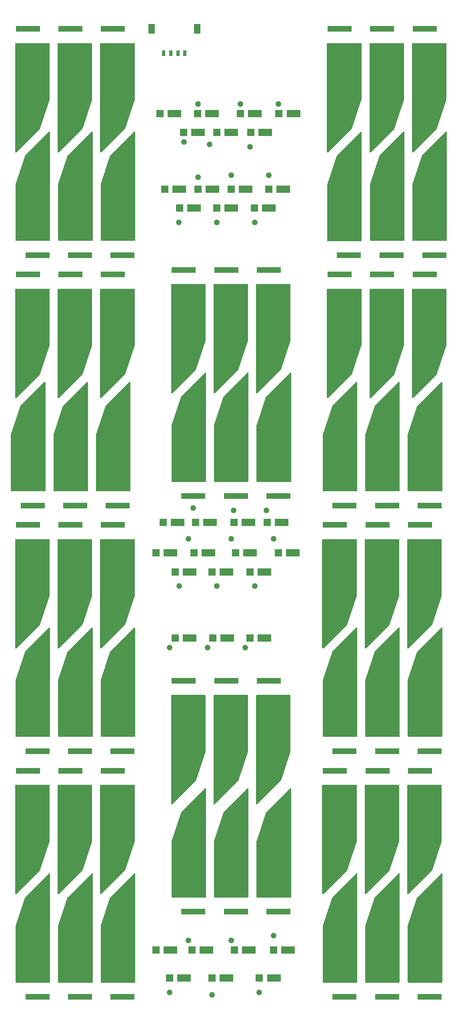
<source format=gts>
G04*
G04 #@! TF.GenerationSoftware,Altium Limited,Altium Designer,19.1.9 (167)*
G04*
G04 Layer_Color=8388736*
%FSLAX44Y44*%
%MOMM*%
G71*
G01*
G75*
%ADD21R,1.6033X1.6033*%
%ADD22R,2.9032X1.6033*%
%ADD23C,1.7272*%
%ADD24R,5.2032X1.2032*%
%ADD25R,1.7272X1.7272*%
%ADD26R,1.4532X2.0032*%
%ADD27R,0.8032X1.2032*%
%ADD28C,1.2192*%
G36*
X924611Y1019457D02*
X924780Y1019428D01*
X924944Y1019381D01*
X925102Y1019315D01*
X925252Y1019232D01*
X925392Y1019133D01*
X925519Y1019019D01*
X925633Y1018892D01*
X925732Y1018752D01*
X925815Y1018602D01*
X925881Y1018444D01*
X925928Y1018280D01*
X925957Y1018111D01*
X925966Y1017940D01*
Y899340D01*
X925962Y899266D01*
X925959Y899191D01*
X925957Y899180D01*
X925957Y899169D01*
X925944Y899095D01*
X925933Y899022D01*
X925930Y899011D01*
X925928Y899000D01*
X925907Y898928D01*
X925888Y898857D01*
X905888Y838857D01*
X905884Y838847D01*
X905881Y838836D01*
X905852Y838766D01*
X905825Y838698D01*
X905820Y838688D01*
X905815Y838678D01*
X905779Y838612D01*
X905744Y838547D01*
X905738Y838538D01*
X905732Y838528D01*
X905690Y838468D01*
X905647Y838406D01*
X905640Y838397D01*
X905633Y838388D01*
X905583Y838333D01*
X905535Y838277D01*
X905527Y838269D01*
X905519Y838261D01*
X855519Y788261D01*
X855519Y788261D01*
X855392Y788147D01*
X855252Y788047D01*
X855185Y788010D01*
X855102Y787965D01*
X855037Y787938D01*
X854944Y787899D01*
X854827Y787866D01*
X854780Y787852D01*
X854695Y787838D01*
X854611Y787823D01*
X854440Y787814D01*
X854269Y787823D01*
X854185Y787838D01*
X854100Y787852D01*
X854063Y787862D01*
X853936Y787899D01*
X853778Y787965D01*
X853628Y788047D01*
X853488Y788147D01*
X853361Y788261D01*
X853247Y788388D01*
X853148Y788528D01*
X853065Y788678D01*
X852999Y788836D01*
X852962Y788963D01*
X852952Y789000D01*
X852937Y789085D01*
X852923Y789169D01*
X852914Y789340D01*
Y1017940D01*
X852923Y1018111D01*
X852952Y1018280D01*
X852999Y1018444D01*
X853065Y1018602D01*
X853148Y1018752D01*
X853247Y1018892D01*
X853361Y1019019D01*
X853488Y1019133D01*
X853628Y1019232D01*
X853778Y1019315D01*
X853936Y1019381D01*
X854100Y1019428D01*
X854269Y1019457D01*
X854440Y1019466D01*
X924440D01*
X924611Y1019457D01*
D02*
G37*
G36*
X834611D02*
X834780Y1019428D01*
X834944Y1019381D01*
X835102Y1019315D01*
X835252Y1019232D01*
X835392Y1019133D01*
X835519Y1019019D01*
X835633Y1018892D01*
X835732Y1018752D01*
X835815Y1018602D01*
X835881Y1018444D01*
X835928Y1018280D01*
X835957Y1018111D01*
X835966Y1017940D01*
Y899340D01*
X835962Y899266D01*
X835959Y899191D01*
X835957Y899180D01*
X835957Y899169D01*
X835944Y899095D01*
X835933Y899022D01*
X835930Y899011D01*
X835928Y899000D01*
X835907Y898928D01*
X835888Y898857D01*
X815888Y838857D01*
X815884Y838847D01*
X815881Y838836D01*
X815852Y838766D01*
X815825Y838698D01*
X815820Y838688D01*
X815815Y838678D01*
X815779Y838612D01*
X815744Y838547D01*
X815738Y838538D01*
X815732Y838528D01*
X815690Y838468D01*
X815647Y838406D01*
X815640Y838397D01*
X815633Y838388D01*
X815583Y838333D01*
X815535Y838277D01*
X815527Y838269D01*
X815519Y838261D01*
X765520Y788261D01*
X765519Y788261D01*
X765392Y788147D01*
X765252Y788047D01*
X765185Y788010D01*
X765102Y787965D01*
X765037Y787938D01*
X764944Y787899D01*
X764827Y787866D01*
X764780Y787852D01*
X764695Y787838D01*
X764611Y787823D01*
X764440Y787814D01*
X764269Y787823D01*
X764185Y787838D01*
X764100Y787852D01*
X764063Y787862D01*
X763936Y787899D01*
X763778Y787965D01*
X763628Y788047D01*
X763488Y788147D01*
X763361Y788261D01*
X763247Y788388D01*
X763148Y788528D01*
X763065Y788678D01*
X762999Y788836D01*
X762962Y788963D01*
X762952Y789000D01*
X762937Y789085D01*
X762923Y789169D01*
X762914Y789340D01*
Y1017940D01*
X762923Y1018111D01*
X762952Y1018280D01*
X762999Y1018444D01*
X763065Y1018602D01*
X763148Y1018752D01*
X763247Y1018892D01*
X763361Y1019019D01*
X763488Y1019133D01*
X763628Y1019232D01*
X763778Y1019315D01*
X763936Y1019381D01*
X764100Y1019428D01*
X764269Y1019457D01*
X764440Y1019466D01*
X834440D01*
X834611Y1019457D01*
D02*
G37*
G36*
X744611D02*
X744780Y1019428D01*
X744944Y1019381D01*
X745102Y1019315D01*
X745252Y1019232D01*
X745392Y1019133D01*
X745519Y1019019D01*
X745633Y1018892D01*
X745732Y1018752D01*
X745815Y1018602D01*
X745881Y1018444D01*
X745928Y1018280D01*
X745957Y1018111D01*
X745966Y1017940D01*
Y899340D01*
X745962Y899266D01*
X745959Y899191D01*
X745957Y899180D01*
X745957Y899169D01*
X745944Y899095D01*
X745933Y899022D01*
X745930Y899011D01*
X745928Y899000D01*
X745907Y898928D01*
X745888Y898857D01*
X725888Y838857D01*
X725884Y838847D01*
X725881Y838836D01*
X725852Y838766D01*
X725825Y838698D01*
X725820Y838688D01*
X725815Y838678D01*
X725779Y838612D01*
X725744Y838547D01*
X725738Y838538D01*
X725732Y838528D01*
X725690Y838468D01*
X725647Y838406D01*
X725640Y838397D01*
X725633Y838388D01*
X725583Y838333D01*
X725535Y838277D01*
X725527Y838269D01*
X725519Y838261D01*
X675520Y788261D01*
X675519Y788261D01*
X675392Y788147D01*
X675252Y788047D01*
X675185Y788010D01*
X675102Y787965D01*
X675037Y787938D01*
X674944Y787899D01*
X674827Y787866D01*
X674780Y787852D01*
X674695Y787838D01*
X674611Y787823D01*
X674440Y787814D01*
X674269Y787823D01*
X674185Y787838D01*
X674100Y787852D01*
X674063Y787862D01*
X673936Y787899D01*
X673778Y787965D01*
X673628Y788047D01*
X673488Y788147D01*
X673361Y788261D01*
X673247Y788388D01*
X673148Y788528D01*
X673065Y788678D01*
X672999Y788836D01*
X672962Y788963D01*
X672952Y789000D01*
X672937Y789085D01*
X672923Y789169D01*
X672914Y789340D01*
Y1017940D01*
X672923Y1018111D01*
X672952Y1018280D01*
X672999Y1018444D01*
X673065Y1018602D01*
X673148Y1018752D01*
X673247Y1018892D01*
X673361Y1019019D01*
X673488Y1019133D01*
X673628Y1019232D01*
X673778Y1019315D01*
X673936Y1019381D01*
X674100Y1019428D01*
X674269Y1019457D01*
X674440Y1019466D01*
X744440D01*
X744611Y1019457D01*
D02*
G37*
G36*
X274611D02*
X274779Y1019428D01*
X274944Y1019381D01*
X275102Y1019315D01*
X275252Y1019232D01*
X275392Y1019133D01*
X275519Y1019019D01*
X275633Y1018892D01*
X275732Y1018752D01*
X275815Y1018602D01*
X275881Y1018444D01*
X275928Y1018280D01*
X275957Y1018111D01*
X275966Y1017940D01*
Y899340D01*
X275962Y899266D01*
X275959Y899191D01*
X275957Y899180D01*
X275957Y899169D01*
X275944Y899095D01*
X275933Y899022D01*
X275930Y899011D01*
X275928Y899000D01*
X275907Y898928D01*
X275888Y898857D01*
X255888Y838857D01*
X255884Y838847D01*
X255881Y838836D01*
X255852Y838766D01*
X255825Y838698D01*
X255820Y838688D01*
X255815Y838678D01*
X255779Y838612D01*
X255744Y838547D01*
X255738Y838538D01*
X255732Y838528D01*
X255690Y838468D01*
X255647Y838406D01*
X255640Y838397D01*
X255633Y838388D01*
X255583Y838333D01*
X255535Y838277D01*
X255527Y838269D01*
X255519Y838261D01*
X205520Y788261D01*
X205519Y788261D01*
X205392Y788147D01*
X205252Y788047D01*
X205185Y788010D01*
X205102Y787965D01*
X205037Y787938D01*
X204944Y787899D01*
X204827Y787866D01*
X204780Y787852D01*
X204695Y787838D01*
X204611Y787823D01*
X204440Y787814D01*
X204269Y787823D01*
X204185Y787838D01*
X204100Y787852D01*
X204063Y787862D01*
X203936Y787899D01*
X203778Y787965D01*
X203628Y788047D01*
X203488Y788147D01*
X203361Y788261D01*
X203247Y788388D01*
X203148Y788528D01*
X203065Y788678D01*
X202999Y788836D01*
X202962Y788963D01*
X202952Y789000D01*
X202938Y789085D01*
X202923Y789169D01*
X202914Y789340D01*
Y1017940D01*
X202923Y1018111D01*
X202952Y1018280D01*
X202999Y1018444D01*
X203065Y1018602D01*
X203148Y1018752D01*
X203247Y1018892D01*
X203361Y1019019D01*
X203488Y1019133D01*
X203628Y1019232D01*
X203778Y1019315D01*
X203936Y1019381D01*
X204100Y1019428D01*
X204269Y1019457D01*
X204440Y1019466D01*
X274440D01*
X274611Y1019457D01*
D02*
G37*
G36*
X184611D02*
X184779Y1019428D01*
X184944Y1019381D01*
X185102Y1019315D01*
X185252Y1019232D01*
X185392Y1019133D01*
X185519Y1019019D01*
X185633Y1018892D01*
X185732Y1018752D01*
X185815Y1018602D01*
X185881Y1018444D01*
X185928Y1018280D01*
X185957Y1018111D01*
X185966Y1017940D01*
Y899340D01*
X185962Y899266D01*
X185959Y899191D01*
X185957Y899180D01*
X185957Y899169D01*
X185944Y899095D01*
X185933Y899022D01*
X185930Y899011D01*
X185928Y899000D01*
X185907Y898928D01*
X185888Y898857D01*
X165888Y838857D01*
X165884Y838847D01*
X165881Y838836D01*
X165852Y838766D01*
X165825Y838698D01*
X165820Y838688D01*
X165815Y838678D01*
X165779Y838612D01*
X165744Y838547D01*
X165738Y838538D01*
X165732Y838528D01*
X165690Y838468D01*
X165647Y838406D01*
X165640Y838397D01*
X165633Y838388D01*
X165583Y838333D01*
X165535Y838277D01*
X165527Y838269D01*
X165519Y838261D01*
X115520Y788261D01*
X115519Y788261D01*
X115392Y788147D01*
X115252Y788047D01*
X115185Y788010D01*
X115102Y787965D01*
X115037Y787938D01*
X114944Y787899D01*
X114827Y787866D01*
X114780Y787852D01*
X114695Y787838D01*
X114611Y787823D01*
X114440Y787814D01*
X114269Y787823D01*
X114185Y787838D01*
X114100Y787852D01*
X114064Y787862D01*
X113936Y787899D01*
X113778Y787965D01*
X113628Y788047D01*
X113488Y788147D01*
X113361Y788261D01*
X113247Y788388D01*
X113148Y788528D01*
X113065Y788678D01*
X112999Y788836D01*
X112963Y788963D01*
X112952Y789000D01*
X112937Y789085D01*
X112923Y789169D01*
X112914Y789340D01*
Y1017940D01*
X112923Y1018111D01*
X112952Y1018280D01*
X112999Y1018444D01*
X113065Y1018602D01*
X113148Y1018752D01*
X113247Y1018892D01*
X113361Y1019019D01*
X113488Y1019133D01*
X113628Y1019232D01*
X113778Y1019315D01*
X113936Y1019381D01*
X114100Y1019428D01*
X114269Y1019457D01*
X114440Y1019466D01*
X184440D01*
X184611Y1019457D01*
D02*
G37*
G36*
X94611D02*
X94780Y1019428D01*
X94944Y1019381D01*
X95102Y1019315D01*
X95252Y1019232D01*
X95392Y1019133D01*
X95519Y1019019D01*
X95633Y1018892D01*
X95732Y1018752D01*
X95815Y1018602D01*
X95881Y1018444D01*
X95928Y1018280D01*
X95957Y1018111D01*
X95966Y1017940D01*
Y899340D01*
X95962Y899266D01*
X95959Y899191D01*
X95957Y899180D01*
X95957Y899169D01*
X95944Y899095D01*
X95933Y899022D01*
X95930Y899011D01*
X95928Y899000D01*
X95907Y898928D01*
X95888Y898857D01*
X75888Y838857D01*
X75884Y838847D01*
X75881Y838836D01*
X75852Y838766D01*
X75825Y838698D01*
X75820Y838688D01*
X75815Y838678D01*
X75779Y838612D01*
X75744Y838547D01*
X75738Y838538D01*
X75732Y838528D01*
X75690Y838468D01*
X75647Y838406D01*
X75640Y838397D01*
X75633Y838388D01*
X75584Y838333D01*
X75535Y838277D01*
X75527Y838269D01*
X75519Y838261D01*
X25520Y788261D01*
X25519Y788261D01*
X25392Y788147D01*
X25252Y788047D01*
X25185Y788010D01*
X25102Y787965D01*
X25037Y787938D01*
X24944Y787899D01*
X24827Y787866D01*
X24780Y787852D01*
X24695Y787838D01*
X24611Y787823D01*
X24440Y787814D01*
X24269Y787823D01*
X24185Y787838D01*
X24100Y787852D01*
X24064Y787862D01*
X23936Y787899D01*
X23778Y787965D01*
X23628Y788047D01*
X23488Y788147D01*
X23361Y788261D01*
X23247Y788388D01*
X23148Y788528D01*
X23065Y788678D01*
X22999Y788836D01*
X22963Y788963D01*
X22952Y789000D01*
X22938Y789085D01*
X22923Y789169D01*
X22914Y789340D01*
Y1017940D01*
X22923Y1018111D01*
X22952Y1018280D01*
X22999Y1018444D01*
X23065Y1018602D01*
X23148Y1018752D01*
X23247Y1018892D01*
X23361Y1019019D01*
X23488Y1019133D01*
X23628Y1019232D01*
X23778Y1019315D01*
X23936Y1019381D01*
X24100Y1019428D01*
X24269Y1019457D01*
X24440Y1019466D01*
X94440D01*
X94611Y1019457D01*
D02*
G37*
G36*
X925731Y832177D02*
X925815Y832162D01*
X925900Y832148D01*
X925936Y832138D01*
X926064Y832101D01*
X926222Y832035D01*
X926372Y831952D01*
X926512Y831853D01*
X926639Y831739D01*
X926753Y831612D01*
X926852Y831472D01*
X926935Y831322D01*
X927001Y831164D01*
X927038Y831036D01*
X927048Y831000D01*
X927063Y830915D01*
X927077Y830831D01*
X927086Y830660D01*
Y602060D01*
X927077Y601889D01*
X927048Y601720D01*
X927001Y601556D01*
X926935Y601398D01*
X926852Y601248D01*
X926753Y601108D01*
X926639Y600981D01*
X926512Y600867D01*
X926372Y600768D01*
X926222Y600685D01*
X926064Y600619D01*
X925900Y600572D01*
X925731Y600543D01*
X925560Y600534D01*
X855560D01*
X855389Y600543D01*
X855220Y600572D01*
X855056Y600619D01*
X854898Y600685D01*
X854748Y600768D01*
X854608Y600867D01*
X854481Y600981D01*
X854367Y601108D01*
X854268Y601248D01*
X854185Y601398D01*
X854119Y601556D01*
X854072Y601720D01*
X854043Y601889D01*
X854034Y602060D01*
Y720660D01*
X854038Y720734D01*
X854041Y720809D01*
X854043Y720820D01*
X854043Y720831D01*
X854056Y720905D01*
X854067Y720978D01*
X854070Y720989D01*
X854072Y721000D01*
X854093Y721072D01*
X854112Y721143D01*
X874112Y781143D01*
X874116Y781153D01*
X874119Y781164D01*
X874148Y781234D01*
X874175Y781302D01*
X874180Y781312D01*
X874185Y781322D01*
X874221Y781388D01*
X874256Y781453D01*
X874262Y781462D01*
X874268Y781472D01*
X874310Y781532D01*
X874353Y781594D01*
X874360Y781603D01*
X874367Y781612D01*
X874417Y781667D01*
X874465Y781723D01*
X874473Y781731D01*
X874481Y781739D01*
X924480Y831739D01*
X924481Y831739D01*
X924608Y831853D01*
X924748Y831952D01*
X924815Y831990D01*
X924898Y832035D01*
X924963Y832062D01*
X925056Y832101D01*
X925173Y832134D01*
X925220Y832148D01*
X925305Y832162D01*
X925389Y832177D01*
X925560Y832186D01*
X925731Y832177D01*
D02*
G37*
G36*
X835731D02*
X835815Y832162D01*
X835900Y832148D01*
X835936Y832138D01*
X836064Y832101D01*
X836222Y832035D01*
X836372Y831952D01*
X836512Y831853D01*
X836639Y831739D01*
X836753Y831612D01*
X836852Y831472D01*
X836935Y831322D01*
X837001Y831164D01*
X837038Y831036D01*
X837048Y831000D01*
X837062Y830915D01*
X837077Y830831D01*
X837086Y830660D01*
Y602060D01*
X837077Y601889D01*
X837048Y601720D01*
X837001Y601556D01*
X836935Y601398D01*
X836852Y601248D01*
X836753Y601108D01*
X836639Y600981D01*
X836512Y600867D01*
X836372Y600768D01*
X836222Y600685D01*
X836064Y600619D01*
X835900Y600572D01*
X835731Y600543D01*
X835560Y600534D01*
X765560D01*
X765389Y600543D01*
X765220Y600572D01*
X765056Y600619D01*
X764898Y600685D01*
X764748Y600768D01*
X764608Y600867D01*
X764481Y600981D01*
X764367Y601108D01*
X764268Y601248D01*
X764185Y601398D01*
X764119Y601556D01*
X764072Y601720D01*
X764043Y601889D01*
X764034Y602060D01*
Y720660D01*
X764038Y720734D01*
X764041Y720809D01*
X764043Y720820D01*
X764043Y720831D01*
X764056Y720905D01*
X764067Y720978D01*
X764070Y720989D01*
X764072Y721000D01*
X764093Y721072D01*
X764112Y721143D01*
X784112Y781143D01*
X784116Y781153D01*
X784119Y781164D01*
X784148Y781234D01*
X784175Y781302D01*
X784180Y781312D01*
X784185Y781322D01*
X784221Y781388D01*
X784256Y781453D01*
X784262Y781462D01*
X784268Y781472D01*
X784310Y781532D01*
X784353Y781594D01*
X784360Y781603D01*
X784367Y781612D01*
X784417Y781667D01*
X784465Y781723D01*
X784473Y781731D01*
X784481Y781739D01*
X834480Y831739D01*
X834481Y831739D01*
X834608Y831853D01*
X834748Y831952D01*
X834815Y831990D01*
X834898Y832035D01*
X834963Y832062D01*
X835056Y832101D01*
X835173Y832134D01*
X835220Y832148D01*
X835305Y832162D01*
X835389Y832177D01*
X835560Y832186D01*
X835731Y832177D01*
D02*
G37*
G36*
X745731D02*
X745815Y832162D01*
X745900Y832148D01*
X745936Y832138D01*
X746064Y832101D01*
X746222Y832035D01*
X746372Y831952D01*
X746512Y831853D01*
X746639Y831739D01*
X746753Y831612D01*
X746852Y831472D01*
X746935Y831322D01*
X747001Y831164D01*
X747038Y831036D01*
X747048Y831000D01*
X747063Y830915D01*
X747077Y830831D01*
X747086Y830660D01*
Y602060D01*
X747077Y601889D01*
X747048Y601720D01*
X747001Y601556D01*
X746935Y601398D01*
X746852Y601248D01*
X746753Y601108D01*
X746639Y600981D01*
X746512Y600867D01*
X746372Y600768D01*
X746222Y600685D01*
X746064Y600619D01*
X745900Y600572D01*
X745731Y600543D01*
X745560Y600534D01*
X675560D01*
X675389Y600543D01*
X675220Y600572D01*
X675056Y600619D01*
X674898Y600685D01*
X674748Y600768D01*
X674608Y600867D01*
X674481Y600981D01*
X674367Y601108D01*
X674268Y601248D01*
X674185Y601398D01*
X674119Y601556D01*
X674072Y601720D01*
X674043Y601889D01*
X674034Y602060D01*
Y720660D01*
X674038Y720734D01*
X674041Y720809D01*
X674043Y720820D01*
X674043Y720831D01*
X674056Y720905D01*
X674067Y720978D01*
X674070Y720989D01*
X674072Y721000D01*
X674093Y721072D01*
X674112Y721143D01*
X694112Y781143D01*
X694116Y781153D01*
X694119Y781164D01*
X694148Y781234D01*
X694175Y781302D01*
X694180Y781312D01*
X694185Y781322D01*
X694221Y781388D01*
X694256Y781453D01*
X694262Y781462D01*
X694268Y781472D01*
X694310Y781532D01*
X694353Y781594D01*
X694360Y781603D01*
X694367Y781612D01*
X694417Y781667D01*
X694465Y781723D01*
X694473Y781731D01*
X694481Y781739D01*
X744480Y831739D01*
X744481Y831739D01*
X744608Y831853D01*
X744748Y831952D01*
X744815Y831990D01*
X744898Y832035D01*
X744963Y832062D01*
X745056Y832101D01*
X745173Y832134D01*
X745220Y832148D01*
X745305Y832162D01*
X745389Y832177D01*
X745560Y832186D01*
X745731Y832177D01*
D02*
G37*
G36*
X275731D02*
X275815Y832162D01*
X275900Y832148D01*
X275936Y832138D01*
X276064Y832101D01*
X276222Y832035D01*
X276372Y831952D01*
X276512Y831853D01*
X276639Y831739D01*
X276753Y831612D01*
X276852Y831472D01*
X276935Y831322D01*
X277001Y831164D01*
X277038Y831036D01*
X277048Y831000D01*
X277062Y830915D01*
X277077Y830831D01*
X277086Y830660D01*
Y602060D01*
X277077Y601889D01*
X277048Y601720D01*
X277001Y601556D01*
X276935Y601398D01*
X276852Y601248D01*
X276753Y601108D01*
X276639Y600981D01*
X276512Y600867D01*
X276372Y600768D01*
X276222Y600685D01*
X276064Y600619D01*
X275900Y600572D01*
X275731Y600543D01*
X275560Y600534D01*
X205560D01*
X205389Y600543D01*
X205221Y600572D01*
X205056Y600619D01*
X204898Y600685D01*
X204748Y600768D01*
X204608Y600867D01*
X204481Y600981D01*
X204367Y601108D01*
X204268Y601248D01*
X204185Y601398D01*
X204119Y601556D01*
X204072Y601720D01*
X204043Y601889D01*
X204034Y602060D01*
Y720660D01*
X204038Y720734D01*
X204041Y720809D01*
X204043Y720820D01*
X204043Y720831D01*
X204056Y720905D01*
X204067Y720978D01*
X204070Y720989D01*
X204072Y721000D01*
X204093Y721072D01*
X204112Y721143D01*
X224112Y781143D01*
X224116Y781153D01*
X224119Y781164D01*
X224148Y781234D01*
X224175Y781302D01*
X224180Y781312D01*
X224185Y781322D01*
X224221Y781388D01*
X224256Y781453D01*
X224262Y781462D01*
X224268Y781472D01*
X224310Y781532D01*
X224353Y781594D01*
X224360Y781603D01*
X224367Y781612D01*
X224417Y781667D01*
X224465Y781723D01*
X224473Y781731D01*
X224481Y781739D01*
X274480Y831739D01*
X274481Y831739D01*
X274608Y831853D01*
X274748Y831952D01*
X274815Y831990D01*
X274898Y832035D01*
X274963Y832062D01*
X275056Y832101D01*
X275173Y832134D01*
X275220Y832148D01*
X275305Y832162D01*
X275389Y832177D01*
X275560Y832186D01*
X275731Y832177D01*
D02*
G37*
G36*
X185731D02*
X185815Y832162D01*
X185900Y832148D01*
X185936Y832138D01*
X186064Y832101D01*
X186222Y832035D01*
X186372Y831952D01*
X186512Y831853D01*
X186639Y831739D01*
X186753Y831612D01*
X186852Y831472D01*
X186935Y831322D01*
X187001Y831164D01*
X187038Y831036D01*
X187048Y831000D01*
X187062Y830915D01*
X187077Y830831D01*
X187086Y830660D01*
Y602060D01*
X187077Y601889D01*
X187048Y601720D01*
X187001Y601556D01*
X186935Y601398D01*
X186852Y601248D01*
X186753Y601108D01*
X186639Y600981D01*
X186512Y600867D01*
X186372Y600768D01*
X186222Y600685D01*
X186064Y600619D01*
X185900Y600572D01*
X185731Y600543D01*
X185560Y600534D01*
X115560D01*
X115389Y600543D01*
X115220Y600572D01*
X115056Y600619D01*
X114898Y600685D01*
X114748Y600768D01*
X114608Y600867D01*
X114481Y600981D01*
X114367Y601108D01*
X114268Y601248D01*
X114185Y601398D01*
X114119Y601556D01*
X114072Y601720D01*
X114043Y601889D01*
X114034Y602060D01*
Y720660D01*
X114038Y720734D01*
X114041Y720809D01*
X114043Y720820D01*
X114043Y720831D01*
X114056Y720905D01*
X114067Y720978D01*
X114070Y720989D01*
X114072Y721000D01*
X114093Y721072D01*
X114112Y721143D01*
X134112Y781143D01*
X134116Y781153D01*
X134119Y781164D01*
X134148Y781234D01*
X134175Y781302D01*
X134180Y781312D01*
X134185Y781322D01*
X134221Y781388D01*
X134256Y781453D01*
X134262Y781462D01*
X134268Y781472D01*
X134310Y781532D01*
X134353Y781594D01*
X134360Y781603D01*
X134367Y781612D01*
X134417Y781667D01*
X134465Y781723D01*
X134473Y781731D01*
X134481Y781739D01*
X184480Y831739D01*
X184481Y831739D01*
X184608Y831853D01*
X184748Y831952D01*
X184815Y831990D01*
X184898Y832035D01*
X184963Y832062D01*
X185056Y832101D01*
X185173Y832134D01*
X185220Y832148D01*
X185305Y832162D01*
X185389Y832177D01*
X185560Y832186D01*
X185731Y832177D01*
D02*
G37*
G36*
X95731D02*
X95815Y832162D01*
X95900Y832148D01*
X95936Y832138D01*
X96064Y832101D01*
X96222Y832035D01*
X96372Y831952D01*
X96512Y831853D01*
X96639Y831739D01*
X96753Y831612D01*
X96852Y831472D01*
X96935Y831322D01*
X97001Y831164D01*
X97037Y831036D01*
X97048Y831000D01*
X97062Y830915D01*
X97077Y830831D01*
X97086Y830660D01*
Y602060D01*
X97077Y601889D01*
X97048Y601720D01*
X97001Y601556D01*
X96935Y601398D01*
X96852Y601248D01*
X96753Y601108D01*
X96639Y600981D01*
X96512Y600867D01*
X96372Y600768D01*
X96222Y600685D01*
X96064Y600619D01*
X95900Y600572D01*
X95731Y600543D01*
X95560Y600534D01*
X25560D01*
X25389Y600543D01*
X25220Y600572D01*
X25056Y600619D01*
X24898Y600685D01*
X24748Y600768D01*
X24608Y600867D01*
X24481Y600981D01*
X24367Y601108D01*
X24268Y601248D01*
X24185Y601398D01*
X24119Y601556D01*
X24072Y601720D01*
X24043Y601889D01*
X24034Y602060D01*
Y720660D01*
X24038Y720734D01*
X24041Y720809D01*
X24043Y720820D01*
X24043Y720831D01*
X24056Y720905D01*
X24067Y720978D01*
X24070Y720989D01*
X24072Y721000D01*
X24093Y721072D01*
X24112Y721143D01*
X44112Y781143D01*
X44116Y781153D01*
X44119Y781164D01*
X44148Y781234D01*
X44175Y781302D01*
X44180Y781312D01*
X44185Y781322D01*
X44221Y781388D01*
X44256Y781453D01*
X44262Y781462D01*
X44268Y781472D01*
X44310Y781532D01*
X44353Y781594D01*
X44360Y781603D01*
X44367Y781612D01*
X44416Y781667D01*
X44465Y781723D01*
X44473Y781731D01*
X44481Y781739D01*
X94480Y831739D01*
X94481Y831739D01*
X94608Y831853D01*
X94748Y831952D01*
X94815Y831990D01*
X94898Y832035D01*
X94963Y832062D01*
X95056Y832101D01*
X95173Y832134D01*
X95220Y832148D01*
X95305Y832162D01*
X95389Y832177D01*
X95560Y832186D01*
X95731Y832177D01*
D02*
G37*
G36*
X604611Y689457D02*
X604780Y689428D01*
X604944Y689381D01*
X605102Y689315D01*
X605252Y689232D01*
X605392Y689133D01*
X605519Y689019D01*
X605633Y688892D01*
X605732Y688752D01*
X605815Y688602D01*
X605881Y688444D01*
X605928Y688279D01*
X605957Y688111D01*
X605966Y687940D01*
Y569340D01*
X605962Y569266D01*
X605959Y569191D01*
X605957Y569180D01*
X605957Y569169D01*
X605944Y569095D01*
X605933Y569022D01*
X605930Y569011D01*
X605928Y569000D01*
X605907Y568928D01*
X605888Y568857D01*
X585888Y508857D01*
X585884Y508847D01*
X585881Y508836D01*
X585852Y508766D01*
X585825Y508698D01*
X585820Y508688D01*
X585815Y508677D01*
X585779Y508612D01*
X585744Y508547D01*
X585738Y508538D01*
X585732Y508528D01*
X585690Y508468D01*
X585647Y508406D01*
X585640Y508397D01*
X585633Y508388D01*
X585583Y508332D01*
X585535Y508277D01*
X585527Y508269D01*
X585519Y508260D01*
X535519Y458261D01*
X535519Y458261D01*
X535392Y458147D01*
X535252Y458047D01*
X535185Y458010D01*
X535102Y457965D01*
X535037Y457938D01*
X534944Y457899D01*
X534827Y457865D01*
X534780Y457852D01*
X534695Y457837D01*
X534611Y457823D01*
X534440Y457813D01*
X534269Y457823D01*
X534185Y457837D01*
X534100Y457852D01*
X534063Y457862D01*
X533936Y457899D01*
X533778Y457965D01*
X533628Y458047D01*
X533488Y458147D01*
X533361Y458261D01*
X533247Y458388D01*
X533148Y458528D01*
X533065Y458678D01*
X532999Y458836D01*
X532962Y458963D01*
X532952Y459000D01*
X532938Y459085D01*
X532923Y459169D01*
X532914Y459340D01*
Y687940D01*
X532923Y688111D01*
X532952Y688279D01*
X532999Y688444D01*
X533065Y688602D01*
X533148Y688752D01*
X533247Y688892D01*
X533361Y689019D01*
X533488Y689133D01*
X533628Y689232D01*
X533778Y689315D01*
X533936Y689381D01*
X534100Y689428D01*
X534269Y689457D01*
X534440Y689466D01*
X604440D01*
X604611Y689457D01*
D02*
G37*
G36*
X514611D02*
X514780Y689428D01*
X514944Y689381D01*
X515102Y689315D01*
X515252Y689232D01*
X515392Y689133D01*
X515519Y689019D01*
X515633Y688892D01*
X515732Y688752D01*
X515815Y688602D01*
X515881Y688444D01*
X515928Y688279D01*
X515957Y688111D01*
X515966Y687940D01*
Y569340D01*
X515962Y569266D01*
X515959Y569191D01*
X515957Y569180D01*
X515957Y569169D01*
X515944Y569095D01*
X515933Y569022D01*
X515930Y569011D01*
X515928Y569000D01*
X515907Y568928D01*
X515888Y568857D01*
X495888Y508857D01*
X495884Y508847D01*
X495881Y508836D01*
X495852Y508766D01*
X495825Y508698D01*
X495820Y508688D01*
X495815Y508677D01*
X495779Y508612D01*
X495744Y508547D01*
X495738Y508538D01*
X495732Y508528D01*
X495690Y508468D01*
X495647Y508406D01*
X495640Y508397D01*
X495633Y508388D01*
X495583Y508332D01*
X495535Y508277D01*
X495527Y508269D01*
X495519Y508260D01*
X445519Y458261D01*
X445519Y458261D01*
X445392Y458147D01*
X445252Y458047D01*
X445185Y458010D01*
X445102Y457965D01*
X445037Y457938D01*
X444944Y457899D01*
X444827Y457865D01*
X444780Y457852D01*
X444695Y457837D01*
X444611Y457823D01*
X444440Y457813D01*
X444269Y457823D01*
X444185Y457837D01*
X444100Y457852D01*
X444063Y457862D01*
X443936Y457899D01*
X443778Y457965D01*
X443628Y458047D01*
X443488Y458147D01*
X443361Y458261D01*
X443247Y458388D01*
X443148Y458528D01*
X443065Y458678D01*
X442999Y458836D01*
X442962Y458963D01*
X442952Y459000D01*
X442938Y459085D01*
X442923Y459169D01*
X442914Y459340D01*
Y687940D01*
X442923Y688111D01*
X442952Y688279D01*
X442999Y688444D01*
X443065Y688602D01*
X443148Y688752D01*
X443247Y688892D01*
X443361Y689019D01*
X443488Y689133D01*
X443628Y689232D01*
X443778Y689315D01*
X443936Y689381D01*
X444100Y689428D01*
X444269Y689457D01*
X444440Y689466D01*
X514440D01*
X514611Y689457D01*
D02*
G37*
G36*
X424611D02*
X424780Y689428D01*
X424944Y689381D01*
X425102Y689315D01*
X425252Y689232D01*
X425392Y689133D01*
X425519Y689019D01*
X425633Y688892D01*
X425732Y688752D01*
X425815Y688602D01*
X425881Y688444D01*
X425928Y688279D01*
X425957Y688111D01*
X425966Y687940D01*
Y569340D01*
X425962Y569266D01*
X425959Y569191D01*
X425957Y569180D01*
X425957Y569169D01*
X425944Y569095D01*
X425933Y569022D01*
X425930Y569011D01*
X425928Y569000D01*
X425907Y568928D01*
X425888Y568857D01*
X405888Y508857D01*
X405884Y508847D01*
X405881Y508836D01*
X405852Y508766D01*
X405825Y508698D01*
X405820Y508688D01*
X405815Y508677D01*
X405779Y508612D01*
X405744Y508547D01*
X405738Y508538D01*
X405732Y508528D01*
X405690Y508468D01*
X405647Y508406D01*
X405640Y508397D01*
X405633Y508388D01*
X405583Y508332D01*
X405535Y508277D01*
X405527Y508269D01*
X405519Y508260D01*
X355519Y458261D01*
X355519Y458261D01*
X355392Y458147D01*
X355252Y458047D01*
X355185Y458010D01*
X355102Y457965D01*
X355037Y457938D01*
X354944Y457899D01*
X354827Y457865D01*
X354780Y457852D01*
X354695Y457837D01*
X354611Y457823D01*
X354440Y457813D01*
X354269Y457823D01*
X354185Y457837D01*
X354100Y457852D01*
X354063Y457862D01*
X353936Y457899D01*
X353778Y457965D01*
X353628Y458047D01*
X353488Y458147D01*
X353361Y458261D01*
X353247Y458388D01*
X353148Y458528D01*
X353065Y458678D01*
X352999Y458836D01*
X352962Y458963D01*
X352952Y459000D01*
X352938Y459085D01*
X352923Y459169D01*
X352914Y459340D01*
Y687940D01*
X352923Y688111D01*
X352952Y688279D01*
X352999Y688444D01*
X353065Y688602D01*
X353148Y688752D01*
X353247Y688892D01*
X353361Y689019D01*
X353488Y689133D01*
X353628Y689232D01*
X353778Y689315D01*
X353936Y689381D01*
X354100Y689428D01*
X354269Y689457D01*
X354440Y689466D01*
X424440D01*
X424611Y689457D01*
D02*
G37*
G36*
X274611Y499457D02*
X274779Y499428D01*
X274944Y499381D01*
X275102Y499315D01*
X275252Y499232D01*
X275392Y499133D01*
X275519Y499019D01*
X275633Y498892D01*
X275732Y498752D01*
X275815Y498602D01*
X275881Y498444D01*
X275928Y498280D01*
X275957Y498111D01*
X275966Y497940D01*
Y379340D01*
X275962Y379266D01*
X275959Y379191D01*
X275957Y379180D01*
X275957Y379169D01*
X275944Y379095D01*
X275933Y379022D01*
X275930Y379011D01*
X275928Y379000D01*
X275907Y378928D01*
X275888Y378857D01*
X255888Y318857D01*
X255884Y318847D01*
X255881Y318836D01*
X255852Y318766D01*
X255825Y318698D01*
X255820Y318688D01*
X255815Y318678D01*
X255779Y318612D01*
X255744Y318547D01*
X255738Y318538D01*
X255732Y318528D01*
X255690Y318468D01*
X255647Y318406D01*
X255640Y318397D01*
X255633Y318388D01*
X255583Y318333D01*
X255535Y318277D01*
X255527Y318269D01*
X255519Y318261D01*
X205520Y268261D01*
X205519Y268261D01*
X205392Y268147D01*
X205252Y268048D01*
X205185Y268011D01*
X205102Y267965D01*
X205037Y267938D01*
X204944Y267899D01*
X204827Y267866D01*
X204780Y267852D01*
X204695Y267838D01*
X204611Y267823D01*
X204440Y267814D01*
X204269Y267823D01*
X204185Y267838D01*
X204100Y267852D01*
X204063Y267862D01*
X203936Y267899D01*
X203778Y267965D01*
X203628Y268048D01*
X203488Y268147D01*
X203361Y268261D01*
X203247Y268388D01*
X203148Y268528D01*
X203065Y268678D01*
X202999Y268836D01*
X202962Y268964D01*
X202952Y269000D01*
X202938Y269085D01*
X202923Y269169D01*
X202914Y269340D01*
Y497940D01*
X202923Y498111D01*
X202952Y498280D01*
X202999Y498444D01*
X203065Y498602D01*
X203148Y498752D01*
X203247Y498892D01*
X203361Y499019D01*
X203488Y499133D01*
X203628Y499232D01*
X203778Y499315D01*
X203936Y499381D01*
X204100Y499428D01*
X204269Y499457D01*
X204440Y499466D01*
X274440D01*
X274611Y499457D01*
D02*
G37*
G36*
X184611D02*
X184779Y499428D01*
X184944Y499381D01*
X185102Y499315D01*
X185252Y499232D01*
X185392Y499133D01*
X185519Y499019D01*
X185633Y498892D01*
X185732Y498752D01*
X185815Y498602D01*
X185881Y498444D01*
X185928Y498280D01*
X185957Y498111D01*
X185966Y497940D01*
Y379340D01*
X185962Y379266D01*
X185959Y379191D01*
X185957Y379180D01*
X185957Y379169D01*
X185944Y379095D01*
X185933Y379022D01*
X185930Y379011D01*
X185928Y379000D01*
X185907Y378928D01*
X185888Y378857D01*
X165888Y318857D01*
X165884Y318847D01*
X165881Y318836D01*
X165852Y318766D01*
X165825Y318698D01*
X165820Y318688D01*
X165815Y318678D01*
X165779Y318612D01*
X165744Y318547D01*
X165738Y318538D01*
X165732Y318528D01*
X165690Y318468D01*
X165647Y318406D01*
X165640Y318397D01*
X165633Y318388D01*
X165583Y318333D01*
X165535Y318277D01*
X165527Y318269D01*
X165519Y318261D01*
X115520Y268261D01*
X115519Y268261D01*
X115392Y268147D01*
X115252Y268048D01*
X115185Y268011D01*
X115102Y267965D01*
X115037Y267938D01*
X114944Y267899D01*
X114827Y267866D01*
X114780Y267852D01*
X114695Y267838D01*
X114611Y267823D01*
X114440Y267814D01*
X114269Y267823D01*
X114185Y267838D01*
X114100Y267852D01*
X114064Y267862D01*
X113936Y267899D01*
X113778Y267965D01*
X113628Y268048D01*
X113488Y268147D01*
X113361Y268261D01*
X113247Y268388D01*
X113148Y268528D01*
X113065Y268678D01*
X112999Y268836D01*
X112963Y268964D01*
X112952Y269000D01*
X112937Y269085D01*
X112923Y269169D01*
X112914Y269340D01*
Y497940D01*
X112923Y498111D01*
X112952Y498280D01*
X112999Y498444D01*
X113065Y498602D01*
X113148Y498752D01*
X113247Y498892D01*
X113361Y499019D01*
X113488Y499133D01*
X113628Y499232D01*
X113778Y499315D01*
X113936Y499381D01*
X114100Y499428D01*
X114269Y499457D01*
X114440Y499466D01*
X184440D01*
X184611Y499457D01*
D02*
G37*
G36*
X94611D02*
X94780Y499428D01*
X94944Y499381D01*
X95102Y499315D01*
X95252Y499232D01*
X95392Y499133D01*
X95519Y499019D01*
X95633Y498892D01*
X95732Y498752D01*
X95815Y498602D01*
X95881Y498444D01*
X95928Y498280D01*
X95957Y498111D01*
X95966Y497940D01*
Y379340D01*
X95962Y379266D01*
X95959Y379191D01*
X95957Y379180D01*
X95957Y379169D01*
X95944Y379095D01*
X95933Y379022D01*
X95930Y379011D01*
X95928Y379000D01*
X95907Y378928D01*
X95888Y378857D01*
X75888Y318857D01*
X75884Y318847D01*
X75881Y318836D01*
X75852Y318766D01*
X75825Y318698D01*
X75820Y318688D01*
X75815Y318678D01*
X75779Y318612D01*
X75744Y318547D01*
X75738Y318538D01*
X75732Y318528D01*
X75690Y318468D01*
X75647Y318406D01*
X75640Y318397D01*
X75633Y318388D01*
X75584Y318333D01*
X75535Y318277D01*
X75527Y318269D01*
X75519Y318261D01*
X25520Y268261D01*
X25519Y268261D01*
X25392Y268147D01*
X25252Y268048D01*
X25185Y268011D01*
X25102Y267965D01*
X25037Y267938D01*
X24944Y267899D01*
X24827Y267866D01*
X24780Y267852D01*
X24695Y267838D01*
X24611Y267823D01*
X24440Y267814D01*
X24269Y267823D01*
X24185Y267838D01*
X24100Y267852D01*
X24064Y267862D01*
X23936Y267899D01*
X23778Y267965D01*
X23628Y268048D01*
X23488Y268147D01*
X23361Y268261D01*
X23247Y268388D01*
X23148Y268528D01*
X23065Y268678D01*
X22999Y268836D01*
X22963Y268964D01*
X22952Y269000D01*
X22938Y269085D01*
X22923Y269169D01*
X22914Y269340D01*
Y497940D01*
X22923Y498111D01*
X22952Y498280D01*
X22999Y498444D01*
X23065Y498602D01*
X23148Y498752D01*
X23247Y498892D01*
X23361Y499019D01*
X23488Y499133D01*
X23628Y499232D01*
X23778Y499315D01*
X23936Y499381D01*
X24100Y499428D01*
X24269Y499457D01*
X24440Y499466D01*
X94440D01*
X94611Y499457D01*
D02*
G37*
G36*
X924611Y499457D02*
X924780Y499428D01*
X924944Y499381D01*
X925102Y499315D01*
X925252Y499232D01*
X925392Y499133D01*
X925519Y499019D01*
X925633Y498892D01*
X925732Y498752D01*
X925815Y498602D01*
X925881Y498444D01*
X925928Y498280D01*
X925957Y498111D01*
X925966Y497940D01*
Y379340D01*
X925962Y379266D01*
X925959Y379191D01*
X925957Y379180D01*
X925957Y379169D01*
X925944Y379095D01*
X925933Y379022D01*
X925930Y379011D01*
X925928Y379000D01*
X925907Y378928D01*
X925888Y378857D01*
X905888Y318857D01*
X905884Y318847D01*
X905881Y318836D01*
X905852Y318766D01*
X905825Y318698D01*
X905820Y318688D01*
X905815Y318678D01*
X905779Y318612D01*
X905744Y318547D01*
X905738Y318538D01*
X905732Y318528D01*
X905690Y318468D01*
X905647Y318406D01*
X905640Y318397D01*
X905633Y318388D01*
X905583Y318333D01*
X905535Y318277D01*
X905527Y318269D01*
X905519Y318260D01*
X855519Y268261D01*
X855519Y268261D01*
X855392Y268147D01*
X855252Y268048D01*
X855185Y268011D01*
X855102Y267965D01*
X855037Y267938D01*
X854944Y267899D01*
X854827Y267866D01*
X854780Y267852D01*
X854695Y267838D01*
X854611Y267823D01*
X854440Y267814D01*
X854269Y267823D01*
X854185Y267838D01*
X854100Y267852D01*
X854063Y267862D01*
X853936Y267899D01*
X853778Y267965D01*
X853628Y268048D01*
X853488Y268147D01*
X853361Y268261D01*
X853247Y268388D01*
X853148Y268528D01*
X853065Y268678D01*
X852999Y268836D01*
X852962Y268964D01*
X852952Y269000D01*
X852937Y269085D01*
X852923Y269169D01*
X852914Y269340D01*
Y497940D01*
X852923Y498111D01*
X852952Y498280D01*
X852999Y498444D01*
X853065Y498602D01*
X853148Y498752D01*
X853247Y498892D01*
X853361Y499019D01*
X853488Y499133D01*
X853628Y499232D01*
X853778Y499315D01*
X853936Y499381D01*
X854100Y499428D01*
X854269Y499457D01*
X854440Y499466D01*
X924440D01*
X924611Y499457D01*
D02*
G37*
G36*
X834611D02*
X834780Y499428D01*
X834944Y499381D01*
X835102Y499315D01*
X835252Y499232D01*
X835392Y499133D01*
X835519Y499019D01*
X835633Y498892D01*
X835732Y498752D01*
X835815Y498602D01*
X835881Y498444D01*
X835928Y498280D01*
X835957Y498111D01*
X835966Y497940D01*
Y379340D01*
X835962Y379266D01*
X835959Y379191D01*
X835957Y379180D01*
X835957Y379169D01*
X835944Y379095D01*
X835933Y379022D01*
X835930Y379011D01*
X835928Y379000D01*
X835907Y378928D01*
X835888Y378857D01*
X815888Y318857D01*
X815884Y318847D01*
X815881Y318836D01*
X815852Y318766D01*
X815825Y318698D01*
X815820Y318688D01*
X815815Y318678D01*
X815779Y318612D01*
X815744Y318547D01*
X815738Y318538D01*
X815732Y318528D01*
X815690Y318468D01*
X815647Y318406D01*
X815640Y318397D01*
X815633Y318388D01*
X815583Y318333D01*
X815535Y318277D01*
X815527Y318269D01*
X815519Y318260D01*
X765520Y268261D01*
X765519Y268261D01*
X765392Y268147D01*
X765252Y268048D01*
X765185Y268011D01*
X765102Y267965D01*
X765037Y267938D01*
X764944Y267899D01*
X764827Y267866D01*
X764780Y267852D01*
X764695Y267838D01*
X764611Y267823D01*
X764440Y267814D01*
X764269Y267823D01*
X764185Y267838D01*
X764100Y267852D01*
X764063Y267862D01*
X763936Y267899D01*
X763778Y267965D01*
X763628Y268048D01*
X763488Y268147D01*
X763361Y268261D01*
X763247Y268388D01*
X763148Y268528D01*
X763065Y268678D01*
X762999Y268836D01*
X762962Y268964D01*
X762952Y269000D01*
X762937Y269085D01*
X762923Y269169D01*
X762914Y269340D01*
Y497940D01*
X762923Y498111D01*
X762952Y498280D01*
X762999Y498444D01*
X763065Y498602D01*
X763148Y498752D01*
X763247Y498892D01*
X763361Y499019D01*
X763488Y499133D01*
X763628Y499232D01*
X763778Y499315D01*
X763936Y499381D01*
X764100Y499428D01*
X764269Y499457D01*
X764440Y499466D01*
X834440D01*
X834611Y499457D01*
D02*
G37*
G36*
X744611D02*
X744780Y499428D01*
X744944Y499381D01*
X745102Y499315D01*
X745252Y499232D01*
X745392Y499133D01*
X745519Y499019D01*
X745633Y498892D01*
X745732Y498752D01*
X745815Y498602D01*
X745881Y498444D01*
X745928Y498280D01*
X745957Y498111D01*
X745966Y497940D01*
Y379340D01*
X745962Y379266D01*
X745959Y379191D01*
X745957Y379180D01*
X745957Y379169D01*
X745944Y379095D01*
X745933Y379022D01*
X745930Y379011D01*
X745928Y379000D01*
X745907Y378928D01*
X745888Y378857D01*
X725888Y318857D01*
X725884Y318847D01*
X725881Y318836D01*
X725852Y318766D01*
X725825Y318698D01*
X725820Y318688D01*
X725815Y318678D01*
X725779Y318612D01*
X725744Y318547D01*
X725738Y318538D01*
X725732Y318528D01*
X725690Y318468D01*
X725647Y318406D01*
X725640Y318397D01*
X725633Y318388D01*
X725583Y318333D01*
X725535Y318277D01*
X725527Y318269D01*
X725519Y318260D01*
X675520Y268261D01*
X675519Y268261D01*
X675392Y268147D01*
X675252Y268048D01*
X675185Y268011D01*
X675102Y267965D01*
X675037Y267938D01*
X674944Y267899D01*
X674827Y267866D01*
X674780Y267852D01*
X674695Y267838D01*
X674611Y267823D01*
X674440Y267814D01*
X674269Y267823D01*
X674185Y267838D01*
X674100Y267852D01*
X674063Y267862D01*
X673936Y267899D01*
X673778Y267965D01*
X673628Y268048D01*
X673488Y268147D01*
X673361Y268261D01*
X673247Y268388D01*
X673148Y268528D01*
X673065Y268678D01*
X672999Y268836D01*
X672962Y268964D01*
X672952Y269000D01*
X672937Y269085D01*
X672923Y269169D01*
X672914Y269340D01*
Y497940D01*
X672923Y498111D01*
X672952Y498280D01*
X672999Y498444D01*
X673065Y498602D01*
X673148Y498752D01*
X673247Y498892D01*
X673361Y499019D01*
X673488Y499133D01*
X673628Y499232D01*
X673778Y499315D01*
X673936Y499381D01*
X674100Y499428D01*
X674269Y499457D01*
X674440Y499466D01*
X744440D01*
X744611Y499457D01*
D02*
G37*
G36*
X605731Y492177D02*
X605815Y492162D01*
X605900Y492148D01*
X605936Y492137D01*
X606064Y492101D01*
X606222Y492035D01*
X606372Y491952D01*
X606512Y491853D01*
X606639Y491739D01*
X606753Y491612D01*
X606852Y491472D01*
X606935Y491322D01*
X607001Y491164D01*
X607038Y491036D01*
X607048Y491000D01*
X607062Y490915D01*
X607077Y490831D01*
X607086Y490660D01*
Y262060D01*
X607077Y261889D01*
X607048Y261720D01*
X607001Y261556D01*
X606935Y261398D01*
X606852Y261248D01*
X606753Y261108D01*
X606639Y260981D01*
X606512Y260867D01*
X606372Y260767D01*
X606222Y260685D01*
X606064Y260619D01*
X605900Y260572D01*
X605731Y260543D01*
X605560Y260534D01*
X535560D01*
X535389Y260543D01*
X535220Y260572D01*
X535056Y260619D01*
X534898Y260685D01*
X534748Y260767D01*
X534608Y260867D01*
X534481Y260981D01*
X534367Y261108D01*
X534268Y261248D01*
X534185Y261398D01*
X534119Y261556D01*
X534072Y261720D01*
X534043Y261889D01*
X534034Y262060D01*
Y380660D01*
X534038Y380734D01*
X534041Y380808D01*
X534043Y380820D01*
X534043Y380831D01*
X534056Y380905D01*
X534067Y380978D01*
X534070Y380989D01*
X534072Y381000D01*
X534093Y381072D01*
X534112Y381143D01*
X554112Y441143D01*
X554116Y441153D01*
X554119Y441164D01*
X554148Y441234D01*
X554175Y441302D01*
X554180Y441312D01*
X554185Y441322D01*
X554221Y441388D01*
X554256Y441453D01*
X554262Y441462D01*
X554268Y441472D01*
X554310Y441532D01*
X554353Y441594D01*
X554360Y441603D01*
X554367Y441612D01*
X554417Y441667D01*
X554465Y441723D01*
X554473Y441731D01*
X554481Y441739D01*
X604480Y491739D01*
X604481Y491739D01*
X604608Y491853D01*
X604748Y491952D01*
X604815Y491989D01*
X604898Y492035D01*
X604963Y492062D01*
X605056Y492101D01*
X605173Y492134D01*
X605220Y492148D01*
X605305Y492162D01*
X605389Y492177D01*
X605560Y492186D01*
X605731Y492177D01*
D02*
G37*
G36*
X515731D02*
X515815Y492162D01*
X515900Y492148D01*
X515936Y492137D01*
X516064Y492101D01*
X516222Y492035D01*
X516372Y491952D01*
X516512Y491853D01*
X516639Y491739D01*
X516753Y491612D01*
X516852Y491472D01*
X516935Y491322D01*
X517001Y491164D01*
X517038Y491036D01*
X517048Y491000D01*
X517062Y490915D01*
X517077Y490831D01*
X517086Y490660D01*
Y262060D01*
X517077Y261889D01*
X517048Y261720D01*
X517001Y261556D01*
X516935Y261398D01*
X516852Y261248D01*
X516753Y261108D01*
X516639Y260981D01*
X516512Y260867D01*
X516372Y260767D01*
X516222Y260685D01*
X516064Y260619D01*
X515900Y260572D01*
X515731Y260543D01*
X515560Y260534D01*
X445560D01*
X445389Y260543D01*
X445220Y260572D01*
X445056Y260619D01*
X444898Y260685D01*
X444748Y260767D01*
X444608Y260867D01*
X444481Y260981D01*
X444367Y261108D01*
X444268Y261248D01*
X444185Y261398D01*
X444119Y261556D01*
X444072Y261720D01*
X444043Y261889D01*
X444034Y262060D01*
Y380660D01*
X444038Y380734D01*
X444041Y380808D01*
X444043Y380820D01*
X444043Y380831D01*
X444056Y380905D01*
X444067Y380978D01*
X444070Y380989D01*
X444072Y381000D01*
X444093Y381072D01*
X444112Y381143D01*
X464112Y441143D01*
X464116Y441153D01*
X464119Y441164D01*
X464148Y441234D01*
X464175Y441302D01*
X464180Y441312D01*
X464185Y441322D01*
X464221Y441388D01*
X464256Y441453D01*
X464262Y441462D01*
X464268Y441472D01*
X464310Y441532D01*
X464353Y441594D01*
X464360Y441603D01*
X464367Y441612D01*
X464416Y441667D01*
X464465Y441723D01*
X464473Y441731D01*
X464481Y441739D01*
X514480Y491739D01*
X514481Y491739D01*
X514608Y491853D01*
X514748Y491952D01*
X514815Y491989D01*
X514898Y492035D01*
X514963Y492062D01*
X515056Y492101D01*
X515173Y492134D01*
X515220Y492148D01*
X515305Y492162D01*
X515389Y492177D01*
X515560Y492186D01*
X515731Y492177D01*
D02*
G37*
G36*
X425731D02*
X425815Y492162D01*
X425900Y492148D01*
X425936Y492137D01*
X426064Y492101D01*
X426222Y492035D01*
X426372Y491952D01*
X426512Y491853D01*
X426639Y491739D01*
X426753Y491612D01*
X426852Y491472D01*
X426935Y491322D01*
X427001Y491164D01*
X427038Y491036D01*
X427048Y491000D01*
X427062Y490915D01*
X427077Y490831D01*
X427086Y490660D01*
Y262060D01*
X427077Y261889D01*
X427048Y261720D01*
X427001Y261556D01*
X426935Y261398D01*
X426852Y261248D01*
X426753Y261108D01*
X426639Y260981D01*
X426512Y260867D01*
X426372Y260767D01*
X426222Y260685D01*
X426064Y260619D01*
X425900Y260572D01*
X425731Y260543D01*
X425560Y260534D01*
X355560D01*
X355389Y260543D01*
X355220Y260572D01*
X355056Y260619D01*
X354898Y260685D01*
X354748Y260767D01*
X354608Y260867D01*
X354481Y260981D01*
X354367Y261108D01*
X354268Y261248D01*
X354185Y261398D01*
X354119Y261556D01*
X354072Y261720D01*
X354043Y261889D01*
X354034Y262060D01*
Y380660D01*
X354038Y380734D01*
X354041Y380808D01*
X354043Y380820D01*
X354043Y380831D01*
X354056Y380905D01*
X354067Y380978D01*
X354070Y380989D01*
X354072Y381000D01*
X354093Y381072D01*
X354112Y381143D01*
X374112Y441143D01*
X374116Y441153D01*
X374119Y441164D01*
X374148Y441234D01*
X374175Y441302D01*
X374180Y441312D01*
X374185Y441322D01*
X374221Y441388D01*
X374256Y441453D01*
X374262Y441462D01*
X374268Y441472D01*
X374310Y441532D01*
X374353Y441594D01*
X374360Y441603D01*
X374367Y441612D01*
X374416Y441667D01*
X374465Y441723D01*
X374473Y441731D01*
X374481Y441739D01*
X424480Y491739D01*
X424481Y491739D01*
X424608Y491853D01*
X424748Y491952D01*
X424815Y491989D01*
X424898Y492035D01*
X424963Y492062D01*
X425056Y492101D01*
X425173Y492134D01*
X425220Y492148D01*
X425305Y492162D01*
X425389Y492177D01*
X425560Y492186D01*
X425731Y492177D01*
D02*
G37*
G36*
X275731Y312177D02*
X275815Y312162D01*
X275900Y312148D01*
X275937Y312138D01*
X276064Y312101D01*
X276222Y312035D01*
X276372Y311952D01*
X276512Y311853D01*
X276639Y311739D01*
X276753Y311612D01*
X276852Y311472D01*
X276935Y311322D01*
X277001Y311164D01*
X277038Y311036D01*
X277048Y311000D01*
X277062Y310915D01*
X277077Y310831D01*
X277086Y310660D01*
Y82060D01*
X277077Y81889D01*
X277048Y81720D01*
X277001Y81556D01*
X276935Y81398D01*
X276852Y81248D01*
X276753Y81108D01*
X276639Y80981D01*
X276512Y80867D01*
X276372Y80767D01*
X276222Y80685D01*
X276064Y80619D01*
X275900Y80572D01*
X275731Y80543D01*
X275560Y80534D01*
X205560D01*
X205389Y80543D01*
X205221Y80572D01*
X205056Y80619D01*
X204898Y80685D01*
X204748Y80767D01*
X204608Y80867D01*
X204481Y80981D01*
X204367Y81108D01*
X204268Y81248D01*
X204185Y81398D01*
X204119Y81556D01*
X204072Y81720D01*
X204043Y81889D01*
X204034Y82060D01*
Y200660D01*
X204038Y200734D01*
X204041Y200809D01*
X204043Y200820D01*
X204043Y200831D01*
X204056Y200905D01*
X204067Y200978D01*
X204070Y200989D01*
X204072Y201000D01*
X204093Y201072D01*
X204112Y201143D01*
X224112Y261143D01*
X224116Y261153D01*
X224119Y261164D01*
X224148Y261234D01*
X224175Y261302D01*
X224180Y261312D01*
X224185Y261322D01*
X224221Y261388D01*
X224256Y261453D01*
X224262Y261462D01*
X224268Y261472D01*
X224310Y261532D01*
X224353Y261594D01*
X224360Y261603D01*
X224367Y261612D01*
X224417Y261667D01*
X224465Y261723D01*
X224473Y261731D01*
X224481Y261739D01*
X274480Y311739D01*
X274481Y311739D01*
X274608Y311853D01*
X274748Y311952D01*
X274815Y311989D01*
X274898Y312035D01*
X274963Y312062D01*
X275056Y312101D01*
X275173Y312134D01*
X275220Y312148D01*
X275305Y312162D01*
X275389Y312177D01*
X275560Y312186D01*
X275731Y312177D01*
D02*
G37*
G36*
X185731D02*
X185815Y312162D01*
X185900Y312148D01*
X185937Y312138D01*
X186064Y312101D01*
X186222Y312035D01*
X186372Y311952D01*
X186512Y311853D01*
X186639Y311739D01*
X186753Y311612D01*
X186852Y311472D01*
X186935Y311322D01*
X187001Y311164D01*
X187038Y311036D01*
X187048Y311000D01*
X187062Y310915D01*
X187077Y310831D01*
X187086Y310660D01*
Y82060D01*
X187077Y81889D01*
X187048Y81720D01*
X187001Y81556D01*
X186935Y81398D01*
X186852Y81248D01*
X186753Y81108D01*
X186639Y80981D01*
X186512Y80867D01*
X186372Y80767D01*
X186222Y80685D01*
X186064Y80619D01*
X185900Y80572D01*
X185731Y80543D01*
X185560Y80534D01*
X115560D01*
X115389Y80543D01*
X115220Y80572D01*
X115056Y80619D01*
X114898Y80685D01*
X114748Y80767D01*
X114608Y80867D01*
X114481Y80981D01*
X114367Y81108D01*
X114268Y81248D01*
X114185Y81398D01*
X114119Y81556D01*
X114072Y81720D01*
X114043Y81889D01*
X114034Y82060D01*
Y200660D01*
X114038Y200734D01*
X114041Y200809D01*
X114043Y200820D01*
X114043Y200831D01*
X114056Y200905D01*
X114067Y200978D01*
X114070Y200989D01*
X114072Y201000D01*
X114093Y201072D01*
X114112Y201143D01*
X134112Y261143D01*
X134116Y261153D01*
X134119Y261164D01*
X134148Y261234D01*
X134175Y261302D01*
X134180Y261312D01*
X134185Y261322D01*
X134221Y261388D01*
X134256Y261453D01*
X134262Y261462D01*
X134268Y261472D01*
X134310Y261532D01*
X134353Y261594D01*
X134360Y261603D01*
X134367Y261612D01*
X134417Y261667D01*
X134465Y261723D01*
X134473Y261731D01*
X134481Y261739D01*
X184480Y311739D01*
X184481Y311739D01*
X184608Y311853D01*
X184748Y311952D01*
X184815Y311989D01*
X184898Y312035D01*
X184963Y312062D01*
X185056Y312101D01*
X185173Y312134D01*
X185220Y312148D01*
X185305Y312162D01*
X185389Y312177D01*
X185560Y312186D01*
X185731Y312177D01*
D02*
G37*
G36*
X95731D02*
X95815Y312162D01*
X95900Y312148D01*
X95936Y312138D01*
X96064Y312101D01*
X96222Y312035D01*
X96372Y311952D01*
X96512Y311853D01*
X96639Y311739D01*
X96753Y311612D01*
X96853Y311472D01*
X96935Y311322D01*
X97001Y311164D01*
X97038Y311036D01*
X97048Y311000D01*
X97063Y310915D01*
X97077Y310831D01*
X97086Y310660D01*
Y82060D01*
X97077Y81889D01*
X97048Y81720D01*
X97001Y81556D01*
X96935Y81398D01*
X96853Y81248D01*
X96753Y81108D01*
X96639Y80981D01*
X96512Y80867D01*
X96372Y80767D01*
X96222Y80685D01*
X96064Y80619D01*
X95900Y80572D01*
X95731Y80543D01*
X95560Y80534D01*
X25560D01*
X25389Y80543D01*
X25220Y80572D01*
X25056Y80619D01*
X24898Y80685D01*
X24748Y80767D01*
X24608Y80867D01*
X24481Y80981D01*
X24367Y81108D01*
X24268Y81248D01*
X24185Y81398D01*
X24119Y81556D01*
X24072Y81720D01*
X24043Y81889D01*
X24034Y82060D01*
Y200660D01*
X24038Y200734D01*
X24041Y200809D01*
X24043Y200820D01*
X24043Y200831D01*
X24056Y200905D01*
X24067Y200978D01*
X24070Y200989D01*
X24072Y201000D01*
X24093Y201072D01*
X24112Y201143D01*
X44112Y261143D01*
X44116Y261153D01*
X44119Y261164D01*
X44148Y261234D01*
X44175Y261302D01*
X44180Y261312D01*
X44185Y261322D01*
X44221Y261388D01*
X44256Y261453D01*
X44262Y261462D01*
X44268Y261472D01*
X44310Y261532D01*
X44353Y261594D01*
X44360Y261603D01*
X44367Y261612D01*
X44416Y261667D01*
X44465Y261723D01*
X44473Y261731D01*
X44481Y261739D01*
X94480Y311739D01*
X94481Y311739D01*
X94608Y311853D01*
X94748Y311952D01*
X94815Y311989D01*
X94898Y312035D01*
X94963Y312062D01*
X95056Y312101D01*
X95173Y312134D01*
X95220Y312148D01*
X95305Y312162D01*
X95389Y312177D01*
X95560Y312186D01*
X95731Y312177D01*
D02*
G37*
G36*
X925731Y312177D02*
X925815Y312162D01*
X925900Y312148D01*
X925937Y312138D01*
X926064Y312101D01*
X926222Y312035D01*
X926372Y311952D01*
X926512Y311853D01*
X926639Y311739D01*
X926753Y311612D01*
X926852Y311472D01*
X926935Y311322D01*
X927001Y311164D01*
X927038Y311036D01*
X927048Y311000D01*
X927063Y310915D01*
X927077Y310831D01*
X927086Y310660D01*
Y82060D01*
X927077Y81889D01*
X927048Y81720D01*
X927001Y81556D01*
X926935Y81398D01*
X926852Y81248D01*
X926753Y81108D01*
X926639Y80981D01*
X926512Y80867D01*
X926372Y80767D01*
X926222Y80685D01*
X926064Y80619D01*
X925900Y80572D01*
X925731Y80543D01*
X925560Y80534D01*
X855560D01*
X855389Y80543D01*
X855220Y80572D01*
X855056Y80619D01*
X854898Y80685D01*
X854748Y80767D01*
X854608Y80867D01*
X854481Y80981D01*
X854367Y81108D01*
X854268Y81248D01*
X854185Y81398D01*
X854119Y81556D01*
X854072Y81720D01*
X854043Y81889D01*
X854034Y82060D01*
Y200660D01*
X854038Y200734D01*
X854041Y200809D01*
X854043Y200820D01*
X854043Y200831D01*
X854056Y200905D01*
X854067Y200978D01*
X854070Y200989D01*
X854072Y201000D01*
X854093Y201071D01*
X854112Y201143D01*
X874112Y261143D01*
X874116Y261153D01*
X874119Y261164D01*
X874148Y261234D01*
X874175Y261302D01*
X874180Y261312D01*
X874185Y261322D01*
X874221Y261388D01*
X874256Y261453D01*
X874262Y261462D01*
X874268Y261472D01*
X874310Y261532D01*
X874353Y261594D01*
X874360Y261603D01*
X874367Y261612D01*
X874417Y261667D01*
X874465Y261723D01*
X874473Y261731D01*
X874481Y261739D01*
X924480Y311739D01*
X924481Y311739D01*
X924608Y311853D01*
X924748Y311952D01*
X924815Y311989D01*
X924898Y312035D01*
X924963Y312062D01*
X925056Y312101D01*
X925173Y312134D01*
X925220Y312148D01*
X925305Y312162D01*
X925389Y312177D01*
X925560Y312186D01*
X925731Y312177D01*
D02*
G37*
G36*
X835731D02*
X835815Y312162D01*
X835900Y312148D01*
X835937Y312138D01*
X836064Y312101D01*
X836222Y312035D01*
X836372Y311952D01*
X836512Y311853D01*
X836639Y311739D01*
X836753Y311612D01*
X836852Y311472D01*
X836935Y311322D01*
X837001Y311164D01*
X837038Y311036D01*
X837048Y311000D01*
X837063Y310915D01*
X837077Y310831D01*
X837086Y310660D01*
Y82060D01*
X837077Y81889D01*
X837048Y81720D01*
X837001Y81556D01*
X836935Y81398D01*
X836852Y81248D01*
X836753Y81108D01*
X836639Y80981D01*
X836512Y80867D01*
X836372Y80767D01*
X836222Y80685D01*
X836064Y80619D01*
X835900Y80572D01*
X835731Y80543D01*
X835560Y80534D01*
X765560D01*
X765389Y80543D01*
X765220Y80572D01*
X765056Y80619D01*
X764898Y80685D01*
X764748Y80767D01*
X764608Y80867D01*
X764481Y80981D01*
X764367Y81108D01*
X764268Y81248D01*
X764185Y81398D01*
X764119Y81556D01*
X764072Y81720D01*
X764043Y81889D01*
X764034Y82060D01*
Y200660D01*
X764038Y200734D01*
X764041Y200809D01*
X764043Y200820D01*
X764043Y200831D01*
X764056Y200905D01*
X764067Y200978D01*
X764070Y200989D01*
X764072Y201000D01*
X764093Y201071D01*
X764112Y201143D01*
X784112Y261143D01*
X784116Y261153D01*
X784119Y261164D01*
X784148Y261234D01*
X784175Y261302D01*
X784180Y261312D01*
X784185Y261322D01*
X784221Y261388D01*
X784256Y261453D01*
X784262Y261462D01*
X784268Y261472D01*
X784310Y261532D01*
X784353Y261594D01*
X784360Y261603D01*
X784367Y261612D01*
X784417Y261667D01*
X784465Y261723D01*
X784473Y261731D01*
X784481Y261739D01*
X834480Y311739D01*
X834481Y311739D01*
X834608Y311853D01*
X834748Y311952D01*
X834815Y311989D01*
X834898Y312035D01*
X834963Y312062D01*
X835056Y312101D01*
X835173Y312134D01*
X835220Y312148D01*
X835305Y312162D01*
X835389Y312177D01*
X835560Y312186D01*
X835731Y312177D01*
D02*
G37*
G36*
X745731D02*
X745815Y312162D01*
X745900Y312148D01*
X745937Y312138D01*
X746064Y312101D01*
X746222Y312035D01*
X746372Y311952D01*
X746512Y311853D01*
X746639Y311739D01*
X746753Y311612D01*
X746852Y311472D01*
X746935Y311322D01*
X747001Y311164D01*
X747038Y311036D01*
X747048Y311000D01*
X747063Y310915D01*
X747077Y310831D01*
X747086Y310660D01*
Y82060D01*
X747077Y81889D01*
X747048Y81720D01*
X747001Y81556D01*
X746935Y81398D01*
X746852Y81248D01*
X746753Y81108D01*
X746639Y80981D01*
X746512Y80867D01*
X746372Y80767D01*
X746222Y80685D01*
X746064Y80619D01*
X745900Y80572D01*
X745731Y80543D01*
X745560Y80534D01*
X675560D01*
X675389Y80543D01*
X675220Y80572D01*
X675056Y80619D01*
X674898Y80685D01*
X674748Y80767D01*
X674608Y80867D01*
X674481Y80981D01*
X674367Y81108D01*
X674268Y81248D01*
X674185Y81398D01*
X674119Y81556D01*
X674072Y81720D01*
X674043Y81889D01*
X674034Y82060D01*
Y200660D01*
X674038Y200734D01*
X674041Y200809D01*
X674043Y200820D01*
X674043Y200831D01*
X674056Y200905D01*
X674067Y200978D01*
X674070Y200989D01*
X674072Y201000D01*
X674093Y201071D01*
X674112Y201143D01*
X694112Y261143D01*
X694116Y261153D01*
X694119Y261164D01*
X694148Y261234D01*
X694175Y261302D01*
X694180Y261312D01*
X694185Y261322D01*
X694221Y261388D01*
X694256Y261453D01*
X694262Y261462D01*
X694268Y261472D01*
X694310Y261532D01*
X694353Y261594D01*
X694360Y261603D01*
X694367Y261612D01*
X694417Y261667D01*
X694465Y261723D01*
X694473Y261731D01*
X694481Y261739D01*
X744481Y311739D01*
X744481Y311739D01*
X744608Y311853D01*
X744748Y311952D01*
X744815Y311989D01*
X744898Y312035D01*
X744963Y312062D01*
X745056Y312101D01*
X745173Y312134D01*
X745220Y312148D01*
X745305Y312162D01*
X745389Y312177D01*
X745560Y312186D01*
X745731Y312177D01*
D02*
G37*
G36*
X934611Y2069457D02*
X934780Y2069428D01*
X934944Y2069381D01*
X935102Y2069315D01*
X935252Y2069232D01*
X935392Y2069133D01*
X935519Y2069019D01*
X935633Y2068892D01*
X935732Y2068752D01*
X935815Y2068602D01*
X935881Y2068444D01*
X935928Y2068280D01*
X935957Y2068111D01*
X935966Y2067940D01*
Y1949340D01*
X935962Y1949266D01*
X935959Y1949191D01*
X935957Y1949180D01*
X935957Y1949169D01*
X935944Y1949095D01*
X935933Y1949022D01*
X935930Y1949011D01*
X935928Y1949000D01*
X935907Y1948928D01*
X935888Y1948857D01*
X915888Y1888857D01*
X915884Y1888847D01*
X915881Y1888836D01*
X915852Y1888766D01*
X915825Y1888698D01*
X915820Y1888688D01*
X915815Y1888678D01*
X915779Y1888612D01*
X915744Y1888547D01*
X915738Y1888538D01*
X915732Y1888528D01*
X915690Y1888468D01*
X915647Y1888406D01*
X915640Y1888397D01*
X915633Y1888388D01*
X915583Y1888333D01*
X915535Y1888277D01*
X915527Y1888269D01*
X915519Y1888261D01*
X865520Y1838261D01*
X865519Y1838261D01*
X865392Y1838147D01*
X865252Y1838048D01*
X865185Y1838011D01*
X865102Y1837965D01*
X865037Y1837938D01*
X864944Y1837899D01*
X864827Y1837865D01*
X864780Y1837852D01*
X864695Y1837838D01*
X864611Y1837823D01*
X864440Y1837814D01*
X864269Y1837823D01*
X864185Y1837838D01*
X864100Y1837852D01*
X864063Y1837863D01*
X863936Y1837899D01*
X863778Y1837965D01*
X863628Y1838048D01*
X863488Y1838147D01*
X863361Y1838261D01*
X863247Y1838388D01*
X863148Y1838528D01*
X863065Y1838678D01*
X862999Y1838836D01*
X862962Y1838964D01*
X862952Y1839000D01*
X862937Y1839085D01*
X862923Y1839169D01*
X862914Y1839340D01*
Y2067940D01*
X862923Y2068111D01*
X862952Y2068280D01*
X862999Y2068444D01*
X863065Y2068602D01*
X863148Y2068752D01*
X863247Y2068892D01*
X863361Y2069019D01*
X863488Y2069133D01*
X863628Y2069232D01*
X863778Y2069315D01*
X863936Y2069381D01*
X864100Y2069428D01*
X864269Y2069457D01*
X864440Y2069466D01*
X934440D01*
X934611Y2069457D01*
D02*
G37*
G36*
X844611D02*
X844780Y2069428D01*
X844944Y2069381D01*
X845102Y2069315D01*
X845252Y2069232D01*
X845392Y2069133D01*
X845519Y2069019D01*
X845633Y2068892D01*
X845732Y2068752D01*
X845815Y2068602D01*
X845881Y2068444D01*
X845928Y2068280D01*
X845957Y2068111D01*
X845966Y2067940D01*
Y1949340D01*
X845962Y1949266D01*
X845959Y1949191D01*
X845957Y1949180D01*
X845957Y1949169D01*
X845944Y1949095D01*
X845933Y1949022D01*
X845930Y1949011D01*
X845928Y1949000D01*
X845907Y1948928D01*
X845888Y1948857D01*
X825888Y1888857D01*
X825884Y1888847D01*
X825881Y1888836D01*
X825852Y1888766D01*
X825825Y1888698D01*
X825820Y1888688D01*
X825815Y1888678D01*
X825779Y1888612D01*
X825744Y1888547D01*
X825738Y1888538D01*
X825732Y1888528D01*
X825690Y1888468D01*
X825647Y1888406D01*
X825640Y1888397D01*
X825633Y1888388D01*
X825583Y1888333D01*
X825535Y1888277D01*
X825527Y1888269D01*
X825519Y1888261D01*
X775520Y1838261D01*
X775519Y1838261D01*
X775392Y1838147D01*
X775252Y1838048D01*
X775185Y1838011D01*
X775102Y1837965D01*
X775037Y1837938D01*
X774944Y1837899D01*
X774827Y1837865D01*
X774780Y1837852D01*
X774695Y1837838D01*
X774611Y1837823D01*
X774440Y1837814D01*
X774269Y1837823D01*
X774185Y1837838D01*
X774100Y1837852D01*
X774064Y1837863D01*
X773936Y1837899D01*
X773778Y1837965D01*
X773628Y1838048D01*
X773488Y1838147D01*
X773361Y1838261D01*
X773247Y1838388D01*
X773148Y1838528D01*
X773065Y1838678D01*
X772999Y1838836D01*
X772962Y1838964D01*
X772952Y1839000D01*
X772937Y1839085D01*
X772923Y1839169D01*
X772914Y1839340D01*
Y2067940D01*
X772923Y2068111D01*
X772952Y2068280D01*
X772999Y2068444D01*
X773065Y2068602D01*
X773148Y2068752D01*
X773247Y2068892D01*
X773361Y2069019D01*
X773488Y2069133D01*
X773628Y2069232D01*
X773778Y2069315D01*
X773936Y2069381D01*
X774100Y2069428D01*
X774269Y2069457D01*
X774440Y2069466D01*
X844440D01*
X844611Y2069457D01*
D02*
G37*
G36*
X754611D02*
X754780Y2069428D01*
X754944Y2069381D01*
X755102Y2069315D01*
X755252Y2069232D01*
X755392Y2069133D01*
X755519Y2069019D01*
X755633Y2068892D01*
X755732Y2068752D01*
X755815Y2068602D01*
X755881Y2068444D01*
X755928Y2068280D01*
X755957Y2068111D01*
X755966Y2067940D01*
Y1949340D01*
X755962Y1949266D01*
X755959Y1949191D01*
X755957Y1949180D01*
X755957Y1949169D01*
X755944Y1949095D01*
X755933Y1949022D01*
X755930Y1949011D01*
X755928Y1949000D01*
X755907Y1948928D01*
X755888Y1948857D01*
X735888Y1888857D01*
X735884Y1888847D01*
X735881Y1888836D01*
X735852Y1888766D01*
X735825Y1888698D01*
X735820Y1888688D01*
X735815Y1888678D01*
X735779Y1888612D01*
X735744Y1888547D01*
X735738Y1888538D01*
X735732Y1888528D01*
X735690Y1888468D01*
X735647Y1888406D01*
X735640Y1888397D01*
X735633Y1888388D01*
X735583Y1888333D01*
X735535Y1888277D01*
X735527Y1888269D01*
X735519Y1888261D01*
X685520Y1838261D01*
X685519Y1838261D01*
X685392Y1838147D01*
X685252Y1838048D01*
X685185Y1838011D01*
X685102Y1837965D01*
X685037Y1837938D01*
X684944Y1837899D01*
X684827Y1837865D01*
X684780Y1837852D01*
X684695Y1837838D01*
X684611Y1837823D01*
X684440Y1837814D01*
X684269Y1837823D01*
X684185Y1837838D01*
X684100Y1837852D01*
X684064Y1837863D01*
X683936Y1837899D01*
X683778Y1837965D01*
X683628Y1838048D01*
X683488Y1838147D01*
X683361Y1838261D01*
X683247Y1838388D01*
X683148Y1838528D01*
X683065Y1838678D01*
X682999Y1838836D01*
X682962Y1838964D01*
X682952Y1839000D01*
X682937Y1839085D01*
X682923Y1839169D01*
X682914Y1839340D01*
Y2067940D01*
X682923Y2068111D01*
X682952Y2068280D01*
X682999Y2068444D01*
X683065Y2068602D01*
X683148Y2068752D01*
X683247Y2068892D01*
X683361Y2069019D01*
X683488Y2069133D01*
X683628Y2069232D01*
X683778Y2069315D01*
X683936Y2069381D01*
X684100Y2069428D01*
X684269Y2069457D01*
X684440Y2069466D01*
X754440D01*
X754611Y2069457D01*
D02*
G37*
G36*
X274611D02*
X274779Y2069428D01*
X274944Y2069381D01*
X275102Y2069315D01*
X275252Y2069232D01*
X275392Y2069133D01*
X275519Y2069019D01*
X275633Y2068892D01*
X275732Y2068752D01*
X275815Y2068602D01*
X275881Y2068444D01*
X275928Y2068280D01*
X275957Y2068111D01*
X275966Y2067940D01*
Y1949340D01*
X275962Y1949266D01*
X275959Y1949191D01*
X275957Y1949180D01*
X275957Y1949169D01*
X275944Y1949095D01*
X275933Y1949022D01*
X275930Y1949011D01*
X275928Y1949000D01*
X275907Y1948928D01*
X275888Y1948857D01*
X255888Y1888857D01*
X255884Y1888847D01*
X255881Y1888836D01*
X255852Y1888766D01*
X255825Y1888698D01*
X255820Y1888688D01*
X255815Y1888678D01*
X255779Y1888612D01*
X255744Y1888547D01*
X255738Y1888538D01*
X255732Y1888528D01*
X255690Y1888468D01*
X255647Y1888406D01*
X255640Y1888397D01*
X255633Y1888388D01*
X255583Y1888333D01*
X255535Y1888277D01*
X255527Y1888269D01*
X255519Y1888261D01*
X205520Y1838261D01*
X205519Y1838261D01*
X205392Y1838147D01*
X205252Y1838048D01*
X205185Y1838011D01*
X205102Y1837965D01*
X205037Y1837938D01*
X204944Y1837899D01*
X204827Y1837865D01*
X204780Y1837852D01*
X204695Y1837838D01*
X204611Y1837823D01*
X204440Y1837814D01*
X204269Y1837823D01*
X204185Y1837838D01*
X204100Y1837852D01*
X204063Y1837863D01*
X203936Y1837899D01*
X203778Y1837965D01*
X203628Y1838048D01*
X203488Y1838147D01*
X203361Y1838261D01*
X203247Y1838388D01*
X203148Y1838528D01*
X203065Y1838678D01*
X202999Y1838836D01*
X202962Y1838964D01*
X202952Y1839000D01*
X202938Y1839085D01*
X202923Y1839169D01*
X202914Y1839340D01*
Y2067940D01*
X202923Y2068111D01*
X202952Y2068280D01*
X202999Y2068444D01*
X203065Y2068602D01*
X203148Y2068752D01*
X203247Y2068892D01*
X203361Y2069019D01*
X203488Y2069133D01*
X203628Y2069232D01*
X203778Y2069315D01*
X203936Y2069381D01*
X204100Y2069428D01*
X204269Y2069457D01*
X204440Y2069466D01*
X274440D01*
X274611Y2069457D01*
D02*
G37*
G36*
X184611D02*
X184779Y2069428D01*
X184944Y2069381D01*
X185102Y2069315D01*
X185252Y2069232D01*
X185392Y2069133D01*
X185519Y2069019D01*
X185633Y2068892D01*
X185732Y2068752D01*
X185815Y2068602D01*
X185881Y2068444D01*
X185928Y2068280D01*
X185957Y2068111D01*
X185966Y2067940D01*
Y1949340D01*
X185962Y1949266D01*
X185959Y1949191D01*
X185957Y1949180D01*
X185957Y1949169D01*
X185944Y1949095D01*
X185933Y1949022D01*
X185930Y1949011D01*
X185928Y1949000D01*
X185907Y1948928D01*
X185888Y1948857D01*
X165888Y1888857D01*
X165884Y1888847D01*
X165881Y1888836D01*
X165852Y1888766D01*
X165825Y1888698D01*
X165820Y1888688D01*
X165815Y1888678D01*
X165779Y1888612D01*
X165744Y1888547D01*
X165738Y1888538D01*
X165732Y1888528D01*
X165690Y1888468D01*
X165647Y1888406D01*
X165640Y1888397D01*
X165633Y1888388D01*
X165583Y1888333D01*
X165535Y1888277D01*
X165527Y1888269D01*
X165519Y1888261D01*
X115520Y1838261D01*
X115519Y1838261D01*
X115392Y1838147D01*
X115252Y1838048D01*
X115185Y1838011D01*
X115102Y1837965D01*
X115037Y1837938D01*
X114944Y1837899D01*
X114827Y1837865D01*
X114780Y1837852D01*
X114695Y1837838D01*
X114611Y1837823D01*
X114440Y1837814D01*
X114269Y1837823D01*
X114185Y1837838D01*
X114100Y1837852D01*
X114064Y1837863D01*
X113936Y1837899D01*
X113778Y1837965D01*
X113628Y1838048D01*
X113488Y1838147D01*
X113361Y1838261D01*
X113247Y1838388D01*
X113148Y1838528D01*
X113065Y1838678D01*
X112999Y1838836D01*
X112963Y1838964D01*
X112952Y1839000D01*
X112937Y1839085D01*
X112923Y1839169D01*
X112914Y1839340D01*
Y2067940D01*
X112923Y2068111D01*
X112952Y2068280D01*
X112999Y2068444D01*
X113065Y2068602D01*
X113148Y2068752D01*
X113247Y2068892D01*
X113361Y2069019D01*
X113488Y2069133D01*
X113628Y2069232D01*
X113778Y2069315D01*
X113936Y2069381D01*
X114100Y2069428D01*
X114269Y2069457D01*
X114440Y2069466D01*
X184440D01*
X184611Y2069457D01*
D02*
G37*
G36*
X94611D02*
X94779Y2069428D01*
X94944Y2069381D01*
X95102Y2069315D01*
X95252Y2069232D01*
X95392Y2069133D01*
X95519Y2069019D01*
X95633Y2068892D01*
X95732Y2068752D01*
X95815Y2068602D01*
X95880Y2068444D01*
X95928Y2068280D01*
X95957Y2068111D01*
X95966Y2067940D01*
Y1949340D01*
X95962Y1949266D01*
X95959Y1949191D01*
X95957Y1949180D01*
X95957Y1949169D01*
X95944Y1949095D01*
X95933Y1949022D01*
X95930Y1949011D01*
X95928Y1949000D01*
X95907Y1948928D01*
X95888Y1948857D01*
X75888Y1888857D01*
X75884Y1888847D01*
X75881Y1888836D01*
X75852Y1888766D01*
X75825Y1888698D01*
X75820Y1888688D01*
X75815Y1888678D01*
X75779Y1888612D01*
X75744Y1888547D01*
X75738Y1888538D01*
X75732Y1888528D01*
X75690Y1888468D01*
X75647Y1888406D01*
X75640Y1888397D01*
X75633Y1888388D01*
X75583Y1888333D01*
X75535Y1888277D01*
X75527Y1888269D01*
X75519Y1888261D01*
X25519Y1838261D01*
X25519Y1838261D01*
X25392Y1838147D01*
X25252Y1838048D01*
X25185Y1838011D01*
X25102Y1837965D01*
X25037Y1837938D01*
X24944Y1837899D01*
X24827Y1837865D01*
X24780Y1837852D01*
X24695Y1837838D01*
X24611Y1837823D01*
X24440Y1837814D01*
X24269Y1837823D01*
X24185Y1837838D01*
X24100Y1837852D01*
X24063Y1837863D01*
X23936Y1837899D01*
X23778Y1837965D01*
X23628Y1838048D01*
X23488Y1838147D01*
X23361Y1838261D01*
X23247Y1838388D01*
X23147Y1838528D01*
X23065Y1838678D01*
X22999Y1838836D01*
X22962Y1838964D01*
X22952Y1839000D01*
X22937Y1839085D01*
X22923Y1839169D01*
X22913Y1839340D01*
Y2067940D01*
X22923Y2068111D01*
X22952Y2068280D01*
X22999Y2068444D01*
X23065Y2068602D01*
X23147Y2068752D01*
X23247Y2068892D01*
X23361Y2069019D01*
X23488Y2069133D01*
X23628Y2069232D01*
X23778Y2069315D01*
X23936Y2069381D01*
X24100Y2069428D01*
X24269Y2069457D01*
X24440Y2069466D01*
X94440D01*
X94611Y2069457D01*
D02*
G37*
G36*
X935731Y1882177D02*
X935815Y1882162D01*
X935900Y1882148D01*
X935936Y1882137D01*
X936064Y1882101D01*
X936222Y1882035D01*
X936372Y1881952D01*
X936512Y1881853D01*
X936639Y1881739D01*
X936753Y1881612D01*
X936852Y1881472D01*
X936935Y1881322D01*
X937001Y1881164D01*
X937038Y1881036D01*
X937048Y1881000D01*
X937062Y1880915D01*
X937077Y1880831D01*
X937086Y1880660D01*
Y1652060D01*
X937077Y1651889D01*
X937048Y1651720D01*
X937001Y1651556D01*
X936935Y1651398D01*
X936852Y1651248D01*
X936753Y1651108D01*
X936639Y1650981D01*
X936512Y1650867D01*
X936372Y1650768D01*
X936222Y1650685D01*
X936064Y1650619D01*
X935900Y1650572D01*
X935731Y1650543D01*
X935560Y1650534D01*
X865560D01*
X865389Y1650543D01*
X865220Y1650572D01*
X865056Y1650619D01*
X864898Y1650685D01*
X864748Y1650768D01*
X864608Y1650867D01*
X864481Y1650981D01*
X864367Y1651108D01*
X864268Y1651248D01*
X864185Y1651398D01*
X864119Y1651556D01*
X864072Y1651720D01*
X864043Y1651889D01*
X864034Y1652060D01*
Y1770660D01*
X864038Y1770734D01*
X864041Y1770809D01*
X864043Y1770820D01*
X864043Y1770831D01*
X864056Y1770905D01*
X864067Y1770978D01*
X864070Y1770989D01*
X864072Y1771000D01*
X864093Y1771071D01*
X864112Y1771143D01*
X884112Y1831143D01*
X884116Y1831153D01*
X884119Y1831164D01*
X884148Y1831234D01*
X884175Y1831302D01*
X884180Y1831312D01*
X884185Y1831322D01*
X884221Y1831388D01*
X884256Y1831453D01*
X884262Y1831462D01*
X884268Y1831472D01*
X884310Y1831532D01*
X884353Y1831594D01*
X884360Y1831603D01*
X884367Y1831612D01*
X884417Y1831667D01*
X884465Y1831723D01*
X884473Y1831731D01*
X884481Y1831739D01*
X934480Y1881739D01*
X934481Y1881739D01*
X934608Y1881853D01*
X934748Y1881952D01*
X934815Y1881989D01*
X934898Y1882035D01*
X934963Y1882062D01*
X935056Y1882101D01*
X935173Y1882135D01*
X935220Y1882148D01*
X935305Y1882162D01*
X935389Y1882177D01*
X935560Y1882186D01*
X935731Y1882177D01*
D02*
G37*
G36*
X845731D02*
X845815Y1882162D01*
X845900Y1882148D01*
X845936Y1882137D01*
X846064Y1882101D01*
X846222Y1882035D01*
X846372Y1881952D01*
X846512Y1881853D01*
X846639Y1881739D01*
X846753Y1881612D01*
X846852Y1881472D01*
X846935Y1881322D01*
X847001Y1881164D01*
X847038Y1881036D01*
X847048Y1881000D01*
X847063Y1880915D01*
X847077Y1880831D01*
X847086Y1880660D01*
Y1652060D01*
X847077Y1651889D01*
X847048Y1651720D01*
X847001Y1651556D01*
X846935Y1651398D01*
X846852Y1651248D01*
X846753Y1651108D01*
X846639Y1650981D01*
X846512Y1650867D01*
X846372Y1650768D01*
X846222Y1650685D01*
X846064Y1650619D01*
X845900Y1650572D01*
X845731Y1650543D01*
X845560Y1650534D01*
X775560D01*
X775389Y1650543D01*
X775220Y1650572D01*
X775056Y1650619D01*
X774898Y1650685D01*
X774748Y1650768D01*
X774608Y1650867D01*
X774481Y1650981D01*
X774367Y1651108D01*
X774268Y1651248D01*
X774185Y1651398D01*
X774119Y1651556D01*
X774072Y1651720D01*
X774043Y1651889D01*
X774034Y1652060D01*
Y1770660D01*
X774038Y1770734D01*
X774041Y1770809D01*
X774043Y1770820D01*
X774043Y1770831D01*
X774056Y1770905D01*
X774067Y1770978D01*
X774070Y1770989D01*
X774072Y1771000D01*
X774093Y1771071D01*
X774112Y1771143D01*
X794112Y1831143D01*
X794116Y1831153D01*
X794119Y1831164D01*
X794148Y1831234D01*
X794175Y1831302D01*
X794180Y1831312D01*
X794185Y1831322D01*
X794221Y1831388D01*
X794256Y1831453D01*
X794262Y1831462D01*
X794268Y1831472D01*
X794310Y1831532D01*
X794353Y1831594D01*
X794360Y1831603D01*
X794367Y1831612D01*
X794417Y1831667D01*
X794465Y1831723D01*
X794473Y1831731D01*
X794481Y1831739D01*
X844480Y1881739D01*
X844481Y1881739D01*
X844608Y1881853D01*
X844748Y1881952D01*
X844815Y1881989D01*
X844898Y1882035D01*
X844963Y1882062D01*
X845056Y1882101D01*
X845173Y1882135D01*
X845220Y1882148D01*
X845305Y1882162D01*
X845389Y1882177D01*
X845560Y1882186D01*
X845731Y1882177D01*
D02*
G37*
G36*
X275731D02*
X275815Y1882162D01*
X275900Y1882148D01*
X275936Y1882137D01*
X276064Y1882101D01*
X276222Y1882035D01*
X276372Y1881952D01*
X276512Y1881853D01*
X276639Y1881739D01*
X276753Y1881612D01*
X276852Y1881472D01*
X276935Y1881322D01*
X277001Y1881164D01*
X277038Y1881036D01*
X277048Y1881000D01*
X277062Y1880915D01*
X277077Y1880831D01*
X277086Y1880660D01*
Y1652060D01*
X277077Y1651889D01*
X277048Y1651720D01*
X277001Y1651556D01*
X276935Y1651398D01*
X276852Y1651248D01*
X276753Y1651108D01*
X276639Y1650981D01*
X276512Y1650867D01*
X276372Y1650768D01*
X276222Y1650685D01*
X276064Y1650619D01*
X275900Y1650572D01*
X275731Y1650543D01*
X275560Y1650534D01*
X205560D01*
X205389Y1650543D01*
X205221Y1650572D01*
X205056Y1650619D01*
X204898Y1650685D01*
X204748Y1650768D01*
X204608Y1650867D01*
X204481Y1650981D01*
X204367Y1651108D01*
X204268Y1651248D01*
X204185Y1651398D01*
X204119Y1651556D01*
X204072Y1651720D01*
X204043Y1651889D01*
X204034Y1652060D01*
Y1770660D01*
X204038Y1770734D01*
X204041Y1770809D01*
X204043Y1770820D01*
X204043Y1770831D01*
X204056Y1770905D01*
X204067Y1770978D01*
X204070Y1770989D01*
X204072Y1771000D01*
X204093Y1771071D01*
X204112Y1771143D01*
X224112Y1831143D01*
X224116Y1831153D01*
X224119Y1831164D01*
X224148Y1831234D01*
X224175Y1831302D01*
X224180Y1831312D01*
X224185Y1831322D01*
X224221Y1831388D01*
X224256Y1831453D01*
X224262Y1831462D01*
X224268Y1831472D01*
X224310Y1831532D01*
X224353Y1831594D01*
X224360Y1831603D01*
X224367Y1831612D01*
X224417Y1831667D01*
X224465Y1831723D01*
X224473Y1831731D01*
X224481Y1831739D01*
X274480Y1881739D01*
X274481Y1881739D01*
X274608Y1881853D01*
X274748Y1881952D01*
X274815Y1881989D01*
X274898Y1882035D01*
X274963Y1882062D01*
X275056Y1882101D01*
X275173Y1882135D01*
X275220Y1882148D01*
X275305Y1882162D01*
X275389Y1882177D01*
X275560Y1882186D01*
X275731Y1882177D01*
D02*
G37*
G36*
X185731D02*
X185815Y1882162D01*
X185900Y1882148D01*
X185936Y1882137D01*
X186064Y1882101D01*
X186222Y1882035D01*
X186372Y1881952D01*
X186512Y1881853D01*
X186639Y1881739D01*
X186753Y1881612D01*
X186852Y1881472D01*
X186935Y1881322D01*
X187001Y1881164D01*
X187038Y1881036D01*
X187048Y1881000D01*
X187062Y1880915D01*
X187077Y1880831D01*
X187086Y1880660D01*
Y1652060D01*
X187077Y1651889D01*
X187048Y1651720D01*
X187001Y1651556D01*
X186935Y1651398D01*
X186852Y1651248D01*
X186753Y1651108D01*
X186639Y1650981D01*
X186512Y1650867D01*
X186372Y1650768D01*
X186222Y1650685D01*
X186064Y1650619D01*
X185900Y1650572D01*
X185731Y1650543D01*
X185560Y1650534D01*
X115560D01*
X115389Y1650543D01*
X115220Y1650572D01*
X115056Y1650619D01*
X114898Y1650685D01*
X114748Y1650768D01*
X114608Y1650867D01*
X114481Y1650981D01*
X114367Y1651108D01*
X114268Y1651248D01*
X114185Y1651398D01*
X114119Y1651556D01*
X114072Y1651720D01*
X114043Y1651889D01*
X114034Y1652060D01*
Y1770660D01*
X114038Y1770734D01*
X114041Y1770809D01*
X114043Y1770820D01*
X114043Y1770831D01*
X114056Y1770905D01*
X114067Y1770978D01*
X114070Y1770989D01*
X114072Y1771000D01*
X114093Y1771071D01*
X114112Y1771143D01*
X134112Y1831143D01*
X134116Y1831153D01*
X134119Y1831164D01*
X134148Y1831234D01*
X134175Y1831302D01*
X134180Y1831312D01*
X134185Y1831322D01*
X134221Y1831388D01*
X134256Y1831453D01*
X134262Y1831462D01*
X134268Y1831472D01*
X134310Y1831532D01*
X134353Y1831594D01*
X134360Y1831603D01*
X134367Y1831612D01*
X134417Y1831667D01*
X134465Y1831723D01*
X134473Y1831731D01*
X134481Y1831739D01*
X184480Y1881739D01*
X184481Y1881739D01*
X184608Y1881853D01*
X184748Y1881952D01*
X184815Y1881989D01*
X184898Y1882035D01*
X184963Y1882062D01*
X185056Y1882101D01*
X185173Y1882135D01*
X185220Y1882148D01*
X185305Y1882162D01*
X185389Y1882177D01*
X185560Y1882186D01*
X185731Y1882177D01*
D02*
G37*
G36*
X95731D02*
X95815Y1882162D01*
X95900Y1882148D01*
X95936Y1882137D01*
X96064Y1882101D01*
X96222Y1882035D01*
X96372Y1881952D01*
X96512Y1881853D01*
X96639Y1881739D01*
X96753Y1881612D01*
X96852Y1881472D01*
X96935Y1881322D01*
X97001Y1881164D01*
X97037Y1881036D01*
X97048Y1881000D01*
X97062Y1880915D01*
X97077Y1880831D01*
X97086Y1880660D01*
Y1652060D01*
X97077Y1651889D01*
X97048Y1651720D01*
X97001Y1651556D01*
X96935Y1651398D01*
X96852Y1651248D01*
X96753Y1651108D01*
X96639Y1650981D01*
X96512Y1650867D01*
X96372Y1650768D01*
X96222Y1650685D01*
X96064Y1650619D01*
X95900Y1650572D01*
X95731Y1650543D01*
X95560Y1650534D01*
X25560D01*
X25389Y1650543D01*
X25220Y1650572D01*
X25056Y1650619D01*
X24898Y1650685D01*
X24748Y1650768D01*
X24608Y1650867D01*
X24481Y1650981D01*
X24367Y1651108D01*
X24268Y1651248D01*
X24185Y1651398D01*
X24119Y1651556D01*
X24072Y1651720D01*
X24043Y1651889D01*
X24034Y1652060D01*
Y1770660D01*
X24038Y1770734D01*
X24041Y1770809D01*
X24043Y1770820D01*
X24043Y1770831D01*
X24056Y1770905D01*
X24067Y1770978D01*
X24070Y1770989D01*
X24072Y1771000D01*
X24093Y1771071D01*
X24112Y1771143D01*
X44112Y1831143D01*
X44116Y1831153D01*
X44119Y1831164D01*
X44148Y1831234D01*
X44175Y1831302D01*
X44180Y1831312D01*
X44185Y1831322D01*
X44221Y1831388D01*
X44256Y1831453D01*
X44262Y1831462D01*
X44268Y1831472D01*
X44310Y1831532D01*
X44353Y1831594D01*
X44360Y1831603D01*
X44367Y1831612D01*
X44416Y1831667D01*
X44465Y1831723D01*
X44473Y1831731D01*
X44481Y1831739D01*
X94480Y1881739D01*
X94481Y1881739D01*
X94608Y1881853D01*
X94748Y1881952D01*
X94815Y1881989D01*
X94898Y1882035D01*
X94963Y1882062D01*
X95056Y1882101D01*
X95173Y1882135D01*
X95220Y1882148D01*
X95305Y1882162D01*
X95389Y1882177D01*
X95560Y1882186D01*
X95731Y1882177D01*
D02*
G37*
G36*
X755171Y1881517D02*
X755255Y1881503D01*
X755340Y1881488D01*
X755376Y1881478D01*
X755504Y1881441D01*
X755662Y1881375D01*
X755812Y1881293D01*
X755952Y1881193D01*
X756079Y1881079D01*
X756193Y1880952D01*
X756292Y1880812D01*
X756375Y1880662D01*
X756441Y1880504D01*
X756478Y1880376D01*
X756488Y1880340D01*
X756503Y1880255D01*
X756517Y1880171D01*
X756526Y1880000D01*
Y1651400D01*
X756517Y1651229D01*
X756488Y1651060D01*
X756441Y1650896D01*
X756375Y1650738D01*
X756292Y1650588D01*
X756193Y1650448D01*
X756079Y1650321D01*
X755952Y1650207D01*
X755812Y1650108D01*
X755662Y1650025D01*
X755504Y1649959D01*
X755340Y1649912D01*
X755171Y1649883D01*
X755000Y1649874D01*
X685000D01*
X684829Y1649883D01*
X684660Y1649912D01*
X684496Y1649959D01*
X684338Y1650025D01*
X684188Y1650108D01*
X684048Y1650207D01*
X683921Y1650321D01*
X683807Y1650448D01*
X683708Y1650588D01*
X683625Y1650738D01*
X683559Y1650896D01*
X683512Y1651060D01*
X683483Y1651229D01*
X683474Y1651400D01*
Y1770000D01*
X683478Y1770074D01*
X683481Y1770149D01*
X683483Y1770160D01*
X683483Y1770171D01*
X683496Y1770245D01*
X683507Y1770318D01*
X683510Y1770329D01*
X683512Y1770340D01*
X683533Y1770412D01*
X683552Y1770483D01*
X703552Y1830483D01*
X703556Y1830493D01*
X703559Y1830504D01*
X703588Y1830574D01*
X703615Y1830642D01*
X703620Y1830652D01*
X703625Y1830662D01*
X703661Y1830728D01*
X703696Y1830793D01*
X703702Y1830802D01*
X703708Y1830812D01*
X703750Y1830872D01*
X703793Y1830934D01*
X703800Y1830943D01*
X703807Y1830952D01*
X703857Y1831008D01*
X703905Y1831063D01*
X703913Y1831071D01*
X703921Y1831079D01*
X753920Y1881079D01*
X753921Y1881079D01*
X754048Y1881193D01*
X754188Y1881293D01*
X754255Y1881329D01*
X754338Y1881375D01*
X754403Y1881402D01*
X754496Y1881441D01*
X754613Y1881474D01*
X754660Y1881488D01*
X754745Y1881503D01*
X754829Y1881517D01*
X755000Y1881526D01*
X755171Y1881517D01*
D02*
G37*
G36*
X604611Y1559457D02*
X604780Y1559428D01*
X604944Y1559381D01*
X605102Y1559315D01*
X605252Y1559232D01*
X605392Y1559133D01*
X605519Y1559019D01*
X605633Y1558892D01*
X605732Y1558752D01*
X605815Y1558602D01*
X605881Y1558444D01*
X605928Y1558280D01*
X605957Y1558111D01*
X605966Y1557940D01*
Y1439340D01*
X605962Y1439266D01*
X605959Y1439191D01*
X605957Y1439180D01*
X605957Y1439169D01*
X605944Y1439095D01*
X605933Y1439022D01*
X605930Y1439011D01*
X605928Y1439000D01*
X605907Y1438928D01*
X605888Y1438857D01*
X585888Y1378857D01*
X585884Y1378847D01*
X585881Y1378836D01*
X585852Y1378766D01*
X585825Y1378698D01*
X585820Y1378688D01*
X585815Y1378678D01*
X585779Y1378612D01*
X585744Y1378547D01*
X585738Y1378538D01*
X585732Y1378528D01*
X585690Y1378468D01*
X585647Y1378406D01*
X585640Y1378397D01*
X585633Y1378388D01*
X585583Y1378333D01*
X585535Y1378277D01*
X585527Y1378269D01*
X585519Y1378260D01*
X535520Y1328261D01*
X535519Y1328261D01*
X535392Y1328147D01*
X535252Y1328047D01*
X535185Y1328011D01*
X535102Y1327965D01*
X535037Y1327938D01*
X534944Y1327899D01*
X534827Y1327865D01*
X534780Y1327852D01*
X534695Y1327838D01*
X534611Y1327823D01*
X534440Y1327814D01*
X534269Y1327823D01*
X534185Y1327838D01*
X534100Y1327852D01*
X534064Y1327862D01*
X533936Y1327899D01*
X533778Y1327965D01*
X533628Y1328047D01*
X533488Y1328147D01*
X533361Y1328261D01*
X533247Y1328388D01*
X533148Y1328528D01*
X533065Y1328678D01*
X532999Y1328836D01*
X532962Y1328963D01*
X532952Y1329000D01*
X532938Y1329085D01*
X532923Y1329169D01*
X532914Y1329340D01*
Y1557940D01*
X532923Y1558111D01*
X532952Y1558280D01*
X532999Y1558444D01*
X533065Y1558602D01*
X533148Y1558752D01*
X533247Y1558892D01*
X533361Y1559019D01*
X533488Y1559133D01*
X533628Y1559232D01*
X533778Y1559315D01*
X533936Y1559381D01*
X534100Y1559428D01*
X534269Y1559457D01*
X534440Y1559466D01*
X604440D01*
X604611Y1559457D01*
D02*
G37*
G36*
X514611D02*
X514780Y1559428D01*
X514944Y1559381D01*
X515102Y1559315D01*
X515252Y1559232D01*
X515392Y1559133D01*
X515519Y1559019D01*
X515633Y1558892D01*
X515732Y1558752D01*
X515815Y1558602D01*
X515881Y1558444D01*
X515928Y1558280D01*
X515957Y1558111D01*
X515966Y1557940D01*
Y1439340D01*
X515962Y1439266D01*
X515959Y1439191D01*
X515957Y1439180D01*
X515957Y1439169D01*
X515944Y1439095D01*
X515933Y1439022D01*
X515930Y1439011D01*
X515928Y1439000D01*
X515907Y1438928D01*
X515888Y1438857D01*
X495888Y1378857D01*
X495884Y1378847D01*
X495881Y1378836D01*
X495852Y1378766D01*
X495825Y1378698D01*
X495820Y1378688D01*
X495815Y1378678D01*
X495779Y1378612D01*
X495744Y1378547D01*
X495738Y1378538D01*
X495732Y1378528D01*
X495690Y1378468D01*
X495647Y1378406D01*
X495640Y1378397D01*
X495633Y1378388D01*
X495583Y1378333D01*
X495535Y1378277D01*
X495527Y1378269D01*
X495519Y1378260D01*
X445520Y1328261D01*
X445519Y1328261D01*
X445392Y1328147D01*
X445252Y1328047D01*
X445185Y1328011D01*
X445102Y1327965D01*
X445037Y1327938D01*
X444944Y1327899D01*
X444827Y1327865D01*
X444780Y1327852D01*
X444695Y1327838D01*
X444611Y1327823D01*
X444440Y1327814D01*
X444269Y1327823D01*
X444185Y1327838D01*
X444100Y1327852D01*
X444064Y1327862D01*
X443936Y1327899D01*
X443778Y1327965D01*
X443628Y1328047D01*
X443488Y1328147D01*
X443361Y1328261D01*
X443247Y1328388D01*
X443148Y1328528D01*
X443065Y1328678D01*
X442999Y1328836D01*
X442962Y1328963D01*
X442952Y1329000D01*
X442938Y1329085D01*
X442923Y1329169D01*
X442914Y1329340D01*
Y1557940D01*
X442923Y1558111D01*
X442952Y1558280D01*
X442999Y1558444D01*
X443065Y1558602D01*
X443148Y1558752D01*
X443247Y1558892D01*
X443361Y1559019D01*
X443488Y1559133D01*
X443628Y1559232D01*
X443778Y1559315D01*
X443936Y1559381D01*
X444100Y1559428D01*
X444269Y1559457D01*
X444440Y1559466D01*
X514440D01*
X514611Y1559457D01*
D02*
G37*
G36*
X424611D02*
X424780Y1559428D01*
X424944Y1559381D01*
X425102Y1559315D01*
X425252Y1559232D01*
X425392Y1559133D01*
X425519Y1559019D01*
X425633Y1558892D01*
X425732Y1558752D01*
X425815Y1558602D01*
X425881Y1558444D01*
X425928Y1558280D01*
X425957Y1558111D01*
X425966Y1557940D01*
Y1439340D01*
X425962Y1439266D01*
X425959Y1439191D01*
X425957Y1439180D01*
X425957Y1439169D01*
X425944Y1439095D01*
X425933Y1439022D01*
X425930Y1439011D01*
X425928Y1439000D01*
X425907Y1438928D01*
X425888Y1438857D01*
X405888Y1378857D01*
X405884Y1378847D01*
X405881Y1378836D01*
X405852Y1378766D01*
X405825Y1378698D01*
X405820Y1378688D01*
X405815Y1378678D01*
X405779Y1378612D01*
X405744Y1378547D01*
X405738Y1378538D01*
X405732Y1378528D01*
X405690Y1378468D01*
X405647Y1378406D01*
X405640Y1378397D01*
X405633Y1378388D01*
X405583Y1378333D01*
X405535Y1378277D01*
X405527Y1378269D01*
X405519Y1378260D01*
X355520Y1328261D01*
X355519Y1328261D01*
X355392Y1328147D01*
X355252Y1328047D01*
X355185Y1328011D01*
X355102Y1327965D01*
X355037Y1327938D01*
X354944Y1327899D01*
X354827Y1327865D01*
X354780Y1327852D01*
X354695Y1327838D01*
X354611Y1327823D01*
X354440Y1327814D01*
X354269Y1327823D01*
X354185Y1327838D01*
X354100Y1327852D01*
X354064Y1327862D01*
X353936Y1327899D01*
X353778Y1327965D01*
X353628Y1328047D01*
X353488Y1328147D01*
X353361Y1328261D01*
X353247Y1328388D01*
X353148Y1328528D01*
X353065Y1328678D01*
X352999Y1328836D01*
X352962Y1328963D01*
X352952Y1329000D01*
X352938Y1329085D01*
X352923Y1329169D01*
X352914Y1329340D01*
Y1557940D01*
X352923Y1558111D01*
X352952Y1558280D01*
X352999Y1558444D01*
X353065Y1558602D01*
X353148Y1558752D01*
X353247Y1558892D01*
X353361Y1559019D01*
X353488Y1559133D01*
X353628Y1559232D01*
X353778Y1559315D01*
X353936Y1559381D01*
X354100Y1559428D01*
X354269Y1559457D01*
X354440Y1559466D01*
X424440D01*
X424611Y1559457D01*
D02*
G37*
G36*
X934611Y1549457D02*
X934780Y1549428D01*
X934944Y1549381D01*
X935102Y1549315D01*
X935252Y1549232D01*
X935392Y1549133D01*
X935519Y1549019D01*
X935633Y1548892D01*
X935732Y1548752D01*
X935815Y1548602D01*
X935881Y1548444D01*
X935928Y1548280D01*
X935957Y1548111D01*
X935966Y1547940D01*
Y1429340D01*
X935962Y1429266D01*
X935959Y1429191D01*
X935957Y1429180D01*
X935957Y1429169D01*
X935944Y1429095D01*
X935933Y1429022D01*
X935930Y1429011D01*
X935928Y1429000D01*
X935907Y1428928D01*
X935888Y1428857D01*
X915888Y1368857D01*
X915884Y1368847D01*
X915881Y1368836D01*
X915852Y1368766D01*
X915825Y1368698D01*
X915820Y1368688D01*
X915815Y1368678D01*
X915779Y1368612D01*
X915744Y1368547D01*
X915738Y1368538D01*
X915732Y1368528D01*
X915690Y1368468D01*
X915647Y1368406D01*
X915640Y1368397D01*
X915633Y1368388D01*
X915583Y1368333D01*
X915535Y1368277D01*
X915527Y1368269D01*
X915519Y1368261D01*
X865520Y1318261D01*
X865519Y1318261D01*
X865392Y1318147D01*
X865252Y1318048D01*
X865185Y1318011D01*
X865102Y1317965D01*
X865037Y1317938D01*
X864944Y1317899D01*
X864827Y1317865D01*
X864780Y1317852D01*
X864695Y1317838D01*
X864611Y1317823D01*
X864440Y1317814D01*
X864269Y1317823D01*
X864185Y1317838D01*
X864100Y1317852D01*
X864063Y1317863D01*
X863936Y1317899D01*
X863778Y1317965D01*
X863628Y1318048D01*
X863488Y1318147D01*
X863361Y1318261D01*
X863247Y1318388D01*
X863148Y1318528D01*
X863065Y1318678D01*
X862999Y1318836D01*
X862962Y1318964D01*
X862952Y1319000D01*
X862937Y1319085D01*
X862923Y1319169D01*
X862914Y1319340D01*
Y1547940D01*
X862923Y1548111D01*
X862952Y1548280D01*
X862999Y1548444D01*
X863065Y1548602D01*
X863148Y1548752D01*
X863247Y1548892D01*
X863361Y1549019D01*
X863488Y1549133D01*
X863628Y1549232D01*
X863778Y1549315D01*
X863936Y1549381D01*
X864100Y1549428D01*
X864269Y1549457D01*
X864440Y1549466D01*
X934440D01*
X934611Y1549457D01*
D02*
G37*
G36*
X844611D02*
X844780Y1549428D01*
X844944Y1549381D01*
X845102Y1549315D01*
X845252Y1549232D01*
X845392Y1549133D01*
X845519Y1549019D01*
X845633Y1548892D01*
X845732Y1548752D01*
X845815Y1548602D01*
X845881Y1548444D01*
X845928Y1548280D01*
X845957Y1548111D01*
X845966Y1547940D01*
Y1429340D01*
X845962Y1429266D01*
X845959Y1429191D01*
X845957Y1429180D01*
X845957Y1429169D01*
X845944Y1429095D01*
X845933Y1429022D01*
X845930Y1429011D01*
X845928Y1429000D01*
X845907Y1428928D01*
X845888Y1428857D01*
X825888Y1368857D01*
X825884Y1368847D01*
X825881Y1368836D01*
X825852Y1368766D01*
X825825Y1368698D01*
X825820Y1368688D01*
X825815Y1368678D01*
X825779Y1368612D01*
X825744Y1368547D01*
X825738Y1368538D01*
X825732Y1368528D01*
X825690Y1368468D01*
X825647Y1368406D01*
X825640Y1368397D01*
X825633Y1368388D01*
X825583Y1368333D01*
X825535Y1368277D01*
X825527Y1368269D01*
X825519Y1368261D01*
X775520Y1318261D01*
X775519Y1318261D01*
X775392Y1318147D01*
X775252Y1318048D01*
X775185Y1318011D01*
X775102Y1317965D01*
X775037Y1317938D01*
X774944Y1317899D01*
X774827Y1317865D01*
X774780Y1317852D01*
X774695Y1317838D01*
X774611Y1317823D01*
X774440Y1317814D01*
X774269Y1317823D01*
X774185Y1317838D01*
X774100Y1317852D01*
X774064Y1317863D01*
X773936Y1317899D01*
X773778Y1317965D01*
X773628Y1318048D01*
X773488Y1318147D01*
X773361Y1318261D01*
X773247Y1318388D01*
X773148Y1318528D01*
X773065Y1318678D01*
X772999Y1318836D01*
X772962Y1318964D01*
X772952Y1319000D01*
X772937Y1319085D01*
X772923Y1319169D01*
X772914Y1319340D01*
Y1547940D01*
X772923Y1548111D01*
X772952Y1548280D01*
X772999Y1548444D01*
X773065Y1548602D01*
X773148Y1548752D01*
X773247Y1548892D01*
X773361Y1549019D01*
X773488Y1549133D01*
X773628Y1549232D01*
X773778Y1549315D01*
X773936Y1549381D01*
X774100Y1549428D01*
X774269Y1549457D01*
X774440Y1549466D01*
X844440D01*
X844611Y1549457D01*
D02*
G37*
G36*
X754611D02*
X754780Y1549428D01*
X754944Y1549381D01*
X755102Y1549315D01*
X755252Y1549232D01*
X755392Y1549133D01*
X755519Y1549019D01*
X755633Y1548892D01*
X755732Y1548752D01*
X755815Y1548602D01*
X755881Y1548444D01*
X755928Y1548280D01*
X755957Y1548111D01*
X755966Y1547940D01*
Y1429340D01*
X755962Y1429266D01*
X755959Y1429191D01*
X755957Y1429180D01*
X755957Y1429169D01*
X755944Y1429095D01*
X755933Y1429022D01*
X755930Y1429011D01*
X755928Y1429000D01*
X755907Y1428928D01*
X755888Y1428857D01*
X735888Y1368857D01*
X735884Y1368847D01*
X735881Y1368836D01*
X735852Y1368766D01*
X735825Y1368698D01*
X735820Y1368688D01*
X735815Y1368678D01*
X735779Y1368612D01*
X735744Y1368547D01*
X735738Y1368538D01*
X735732Y1368528D01*
X735690Y1368468D01*
X735647Y1368406D01*
X735640Y1368397D01*
X735633Y1368388D01*
X735583Y1368333D01*
X735535Y1368277D01*
X735527Y1368269D01*
X735519Y1368261D01*
X685520Y1318261D01*
X685519Y1318261D01*
X685392Y1318147D01*
X685252Y1318048D01*
X685185Y1318011D01*
X685102Y1317965D01*
X685037Y1317938D01*
X684944Y1317899D01*
X684827Y1317865D01*
X684780Y1317852D01*
X684695Y1317838D01*
X684611Y1317823D01*
X684440Y1317814D01*
X684269Y1317823D01*
X684185Y1317838D01*
X684100Y1317852D01*
X684064Y1317863D01*
X683936Y1317899D01*
X683778Y1317965D01*
X683628Y1318048D01*
X683488Y1318147D01*
X683361Y1318261D01*
X683247Y1318388D01*
X683148Y1318528D01*
X683065Y1318678D01*
X682999Y1318836D01*
X682962Y1318964D01*
X682952Y1319000D01*
X682937Y1319085D01*
X682923Y1319169D01*
X682914Y1319340D01*
Y1547940D01*
X682923Y1548111D01*
X682952Y1548280D01*
X682999Y1548444D01*
X683065Y1548602D01*
X683148Y1548752D01*
X683247Y1548892D01*
X683361Y1549019D01*
X683488Y1549133D01*
X683628Y1549232D01*
X683778Y1549315D01*
X683936Y1549381D01*
X684100Y1549428D01*
X684269Y1549457D01*
X684440Y1549466D01*
X754440D01*
X754611Y1549457D01*
D02*
G37*
G36*
X274611D02*
X274779Y1549428D01*
X274944Y1549381D01*
X275102Y1549315D01*
X275252Y1549232D01*
X275392Y1549133D01*
X275519Y1549019D01*
X275633Y1548892D01*
X275732Y1548752D01*
X275815Y1548602D01*
X275881Y1548444D01*
X275928Y1548280D01*
X275957Y1548111D01*
X275966Y1547940D01*
Y1429340D01*
X275962Y1429266D01*
X275959Y1429191D01*
X275957Y1429180D01*
X275957Y1429169D01*
X275944Y1429095D01*
X275933Y1429022D01*
X275930Y1429011D01*
X275928Y1429000D01*
X275907Y1428928D01*
X275888Y1428857D01*
X255888Y1368857D01*
X255884Y1368847D01*
X255881Y1368836D01*
X255852Y1368766D01*
X255825Y1368698D01*
X255820Y1368688D01*
X255815Y1368678D01*
X255779Y1368612D01*
X255744Y1368547D01*
X255738Y1368538D01*
X255732Y1368528D01*
X255690Y1368468D01*
X255647Y1368406D01*
X255640Y1368397D01*
X255633Y1368388D01*
X255583Y1368333D01*
X255535Y1368277D01*
X255527Y1368269D01*
X255519Y1368261D01*
X205520Y1318261D01*
X205519Y1318261D01*
X205392Y1318147D01*
X205252Y1318048D01*
X205185Y1318011D01*
X205102Y1317965D01*
X205037Y1317938D01*
X204944Y1317899D01*
X204827Y1317865D01*
X204780Y1317852D01*
X204695Y1317838D01*
X204611Y1317823D01*
X204440Y1317814D01*
X204269Y1317823D01*
X204185Y1317838D01*
X204100Y1317852D01*
X204063Y1317863D01*
X203936Y1317899D01*
X203778Y1317965D01*
X203628Y1318048D01*
X203488Y1318147D01*
X203361Y1318261D01*
X203247Y1318388D01*
X203148Y1318528D01*
X203065Y1318678D01*
X202999Y1318836D01*
X202962Y1318964D01*
X202952Y1319000D01*
X202938Y1319085D01*
X202923Y1319169D01*
X202914Y1319340D01*
Y1547940D01*
X202923Y1548111D01*
X202952Y1548280D01*
X202999Y1548444D01*
X203065Y1548602D01*
X203148Y1548752D01*
X203247Y1548892D01*
X203361Y1549019D01*
X203488Y1549133D01*
X203628Y1549232D01*
X203778Y1549315D01*
X203936Y1549381D01*
X204100Y1549428D01*
X204269Y1549457D01*
X204440Y1549466D01*
X274440D01*
X274611Y1549457D01*
D02*
G37*
G36*
X184611D02*
X184779Y1549428D01*
X184944Y1549381D01*
X185102Y1549315D01*
X185252Y1549232D01*
X185392Y1549133D01*
X185519Y1549019D01*
X185633Y1548892D01*
X185732Y1548752D01*
X185815Y1548602D01*
X185881Y1548444D01*
X185928Y1548280D01*
X185957Y1548111D01*
X185966Y1547940D01*
Y1429340D01*
X185962Y1429266D01*
X185959Y1429191D01*
X185957Y1429180D01*
X185957Y1429169D01*
X185944Y1429095D01*
X185933Y1429022D01*
X185930Y1429011D01*
X185928Y1429000D01*
X185907Y1428928D01*
X185888Y1428857D01*
X165888Y1368857D01*
X165884Y1368847D01*
X165881Y1368836D01*
X165852Y1368766D01*
X165825Y1368698D01*
X165820Y1368688D01*
X165815Y1368678D01*
X165779Y1368612D01*
X165744Y1368547D01*
X165738Y1368538D01*
X165732Y1368528D01*
X165690Y1368468D01*
X165647Y1368406D01*
X165640Y1368397D01*
X165633Y1368388D01*
X165583Y1368333D01*
X165535Y1368277D01*
X165527Y1368269D01*
X165519Y1368261D01*
X115520Y1318261D01*
X115519Y1318261D01*
X115392Y1318147D01*
X115252Y1318048D01*
X115185Y1318011D01*
X115102Y1317965D01*
X115037Y1317938D01*
X114944Y1317899D01*
X114827Y1317865D01*
X114780Y1317852D01*
X114695Y1317838D01*
X114611Y1317823D01*
X114440Y1317814D01*
X114269Y1317823D01*
X114185Y1317838D01*
X114100Y1317852D01*
X114064Y1317863D01*
X113936Y1317899D01*
X113778Y1317965D01*
X113628Y1318048D01*
X113488Y1318147D01*
X113361Y1318261D01*
X113247Y1318388D01*
X113148Y1318528D01*
X113065Y1318678D01*
X112999Y1318836D01*
X112963Y1318964D01*
X112952Y1319000D01*
X112937Y1319085D01*
X112923Y1319169D01*
X112914Y1319340D01*
Y1547940D01*
X112923Y1548111D01*
X112952Y1548280D01*
X112999Y1548444D01*
X113065Y1548602D01*
X113148Y1548752D01*
X113247Y1548892D01*
X113361Y1549019D01*
X113488Y1549133D01*
X113628Y1549232D01*
X113778Y1549315D01*
X113936Y1549381D01*
X114100Y1549428D01*
X114269Y1549457D01*
X114440Y1549466D01*
X184440D01*
X184611Y1549457D01*
D02*
G37*
G36*
X94611D02*
X94780Y1549428D01*
X94944Y1549381D01*
X95102Y1549315D01*
X95252Y1549232D01*
X95392Y1549133D01*
X95519Y1549019D01*
X95633Y1548892D01*
X95732Y1548752D01*
X95815Y1548602D01*
X95881Y1548444D01*
X95928Y1548280D01*
X95957Y1548111D01*
X95966Y1547940D01*
Y1429340D01*
X95962Y1429266D01*
X95959Y1429191D01*
X95957Y1429180D01*
X95957Y1429169D01*
X95944Y1429095D01*
X95933Y1429022D01*
X95930Y1429011D01*
X95928Y1429000D01*
X95907Y1428928D01*
X95888Y1428857D01*
X75888Y1368857D01*
X75884Y1368847D01*
X75881Y1368836D01*
X75852Y1368766D01*
X75825Y1368698D01*
X75820Y1368688D01*
X75815Y1368678D01*
X75779Y1368612D01*
X75744Y1368547D01*
X75738Y1368538D01*
X75732Y1368528D01*
X75690Y1368468D01*
X75647Y1368406D01*
X75640Y1368397D01*
X75633Y1368388D01*
X75584Y1368333D01*
X75535Y1368277D01*
X75527Y1368269D01*
X75519Y1368261D01*
X25520Y1318261D01*
X25519Y1318261D01*
X25392Y1318147D01*
X25252Y1318048D01*
X25185Y1318011D01*
X25102Y1317965D01*
X25037Y1317938D01*
X24944Y1317899D01*
X24827Y1317865D01*
X24780Y1317852D01*
X24695Y1317838D01*
X24611Y1317823D01*
X24440Y1317814D01*
X24269Y1317823D01*
X24185Y1317838D01*
X24100Y1317852D01*
X24064Y1317863D01*
X23936Y1317899D01*
X23778Y1317965D01*
X23628Y1318048D01*
X23488Y1318147D01*
X23361Y1318261D01*
X23247Y1318388D01*
X23148Y1318528D01*
X23065Y1318678D01*
X22999Y1318836D01*
X22963Y1318964D01*
X22952Y1319000D01*
X22938Y1319085D01*
X22923Y1319169D01*
X22914Y1319340D01*
Y1547940D01*
X22923Y1548111D01*
X22952Y1548280D01*
X22999Y1548444D01*
X23065Y1548602D01*
X23148Y1548752D01*
X23247Y1548892D01*
X23361Y1549019D01*
X23488Y1549133D01*
X23628Y1549232D01*
X23778Y1549315D01*
X23936Y1549381D01*
X24100Y1549428D01*
X24269Y1549457D01*
X24440Y1549466D01*
X94440D01*
X94611Y1549457D01*
D02*
G37*
G36*
X605731Y1372177D02*
X605815Y1372162D01*
X605900Y1372148D01*
X605937Y1372137D01*
X606064Y1372101D01*
X606222Y1372035D01*
X606372Y1371952D01*
X606512Y1371853D01*
X606639Y1371739D01*
X606753Y1371612D01*
X606852Y1371472D01*
X606935Y1371322D01*
X607001Y1371164D01*
X607038Y1371036D01*
X607048Y1371000D01*
X607062Y1370915D01*
X607077Y1370831D01*
X607086Y1370660D01*
Y1142060D01*
X607077Y1141889D01*
X607048Y1141720D01*
X607001Y1141556D01*
X606935Y1141398D01*
X606852Y1141248D01*
X606753Y1141108D01*
X606639Y1140981D01*
X606512Y1140867D01*
X606372Y1140768D01*
X606222Y1140685D01*
X606064Y1140619D01*
X605900Y1140572D01*
X605731Y1140543D01*
X605560Y1140534D01*
X535560D01*
X535389Y1140543D01*
X535220Y1140572D01*
X535056Y1140619D01*
X534898Y1140685D01*
X534748Y1140768D01*
X534608Y1140867D01*
X534481Y1140981D01*
X534367Y1141108D01*
X534268Y1141248D01*
X534185Y1141398D01*
X534119Y1141556D01*
X534072Y1141720D01*
X534043Y1141889D01*
X534034Y1142060D01*
Y1260660D01*
X534038Y1260734D01*
X534041Y1260809D01*
X534043Y1260820D01*
X534043Y1260831D01*
X534056Y1260905D01*
X534067Y1260978D01*
X534070Y1260989D01*
X534072Y1261000D01*
X534093Y1261071D01*
X534112Y1261143D01*
X554112Y1321143D01*
X554116Y1321153D01*
X554119Y1321164D01*
X554148Y1321234D01*
X554175Y1321302D01*
X554180Y1321312D01*
X554185Y1321322D01*
X554221Y1321388D01*
X554256Y1321453D01*
X554262Y1321462D01*
X554268Y1321472D01*
X554310Y1321532D01*
X554353Y1321594D01*
X554360Y1321603D01*
X554367Y1321612D01*
X554417Y1321667D01*
X554465Y1321723D01*
X554473Y1321731D01*
X554481Y1321739D01*
X604481Y1371739D01*
X604481Y1371739D01*
X604608Y1371853D01*
X604748Y1371952D01*
X604815Y1371989D01*
X604898Y1372035D01*
X604963Y1372062D01*
X605056Y1372101D01*
X605173Y1372135D01*
X605220Y1372148D01*
X605305Y1372162D01*
X605389Y1372177D01*
X605560Y1372186D01*
X605731Y1372177D01*
D02*
G37*
G36*
X515731D02*
X515815Y1372162D01*
X515900Y1372148D01*
X515937Y1372137D01*
X516064Y1372101D01*
X516222Y1372035D01*
X516372Y1371952D01*
X516512Y1371853D01*
X516639Y1371739D01*
X516753Y1371612D01*
X516852Y1371472D01*
X516935Y1371322D01*
X517001Y1371164D01*
X517038Y1371036D01*
X517048Y1371000D01*
X517062Y1370915D01*
X517077Y1370831D01*
X517086Y1370660D01*
Y1142060D01*
X517077Y1141889D01*
X517048Y1141720D01*
X517001Y1141556D01*
X516935Y1141398D01*
X516852Y1141248D01*
X516753Y1141108D01*
X516639Y1140981D01*
X516512Y1140867D01*
X516372Y1140768D01*
X516222Y1140685D01*
X516064Y1140619D01*
X515900Y1140572D01*
X515731Y1140543D01*
X515560Y1140534D01*
X445560D01*
X445389Y1140543D01*
X445220Y1140572D01*
X445056Y1140619D01*
X444898Y1140685D01*
X444748Y1140768D01*
X444608Y1140867D01*
X444481Y1140981D01*
X444367Y1141108D01*
X444268Y1141248D01*
X444185Y1141398D01*
X444119Y1141556D01*
X444072Y1141720D01*
X444043Y1141889D01*
X444034Y1142060D01*
Y1260660D01*
X444038Y1260734D01*
X444041Y1260809D01*
X444043Y1260820D01*
X444043Y1260831D01*
X444056Y1260905D01*
X444067Y1260978D01*
X444070Y1260989D01*
X444072Y1261000D01*
X444093Y1261071D01*
X444112Y1261143D01*
X464112Y1321143D01*
X464116Y1321153D01*
X464119Y1321164D01*
X464148Y1321234D01*
X464175Y1321302D01*
X464180Y1321312D01*
X464185Y1321322D01*
X464221Y1321388D01*
X464256Y1321453D01*
X464262Y1321462D01*
X464268Y1321472D01*
X464310Y1321532D01*
X464353Y1321594D01*
X464360Y1321603D01*
X464367Y1321612D01*
X464417Y1321667D01*
X464465Y1321723D01*
X464473Y1321731D01*
X464481Y1321739D01*
X514481Y1371739D01*
X514481Y1371739D01*
X514608Y1371853D01*
X514748Y1371952D01*
X514815Y1371989D01*
X514898Y1372035D01*
X514963Y1372062D01*
X515056Y1372101D01*
X515173Y1372135D01*
X515220Y1372148D01*
X515305Y1372162D01*
X515389Y1372177D01*
X515560Y1372186D01*
X515731Y1372177D01*
D02*
G37*
G36*
X425731D02*
X425815Y1372162D01*
X425900Y1372148D01*
X425936Y1372137D01*
X426064Y1372101D01*
X426222Y1372035D01*
X426372Y1371952D01*
X426512Y1371853D01*
X426639Y1371739D01*
X426753Y1371612D01*
X426852Y1371472D01*
X426935Y1371322D01*
X427001Y1371164D01*
X427038Y1371036D01*
X427048Y1371000D01*
X427062Y1370915D01*
X427077Y1370831D01*
X427086Y1370660D01*
Y1142060D01*
X427077Y1141889D01*
X427048Y1141720D01*
X427001Y1141556D01*
X426935Y1141398D01*
X426852Y1141248D01*
X426753Y1141108D01*
X426639Y1140981D01*
X426512Y1140867D01*
X426372Y1140768D01*
X426222Y1140685D01*
X426064Y1140619D01*
X425900Y1140572D01*
X425731Y1140543D01*
X425560Y1140534D01*
X355560D01*
X355389Y1140543D01*
X355220Y1140572D01*
X355056Y1140619D01*
X354898Y1140685D01*
X354748Y1140768D01*
X354608Y1140867D01*
X354481Y1140981D01*
X354367Y1141108D01*
X354268Y1141248D01*
X354185Y1141398D01*
X354119Y1141556D01*
X354072Y1141720D01*
X354043Y1141889D01*
X354034Y1142060D01*
Y1260660D01*
X354038Y1260734D01*
X354041Y1260809D01*
X354043Y1260820D01*
X354043Y1260831D01*
X354056Y1260905D01*
X354067Y1260978D01*
X354070Y1260989D01*
X354072Y1261000D01*
X354093Y1261071D01*
X354112Y1261143D01*
X374112Y1321143D01*
X374116Y1321153D01*
X374119Y1321164D01*
X374148Y1321234D01*
X374175Y1321302D01*
X374180Y1321312D01*
X374185Y1321322D01*
X374221Y1321388D01*
X374256Y1321453D01*
X374262Y1321462D01*
X374268Y1321472D01*
X374310Y1321532D01*
X374353Y1321594D01*
X374360Y1321603D01*
X374367Y1321612D01*
X374417Y1321667D01*
X374465Y1321723D01*
X374473Y1321731D01*
X374481Y1321739D01*
X424480Y1371739D01*
X424481Y1371739D01*
X424608Y1371853D01*
X424748Y1371952D01*
X424815Y1371989D01*
X424898Y1372035D01*
X424963Y1372062D01*
X425056Y1372101D01*
X425173Y1372135D01*
X425220Y1372148D01*
X425305Y1372162D01*
X425389Y1372177D01*
X425560Y1372186D01*
X425731Y1372177D01*
D02*
G37*
G36*
X925731Y1352177D02*
X925815Y1352162D01*
X925900Y1352148D01*
X925937Y1352138D01*
X926064Y1352101D01*
X926222Y1352035D01*
X926372Y1351953D01*
X926512Y1351853D01*
X926639Y1351739D01*
X926753Y1351612D01*
X926852Y1351472D01*
X926935Y1351322D01*
X927001Y1351164D01*
X927038Y1351037D01*
X927048Y1351000D01*
X927063Y1350915D01*
X927077Y1350831D01*
X927086Y1350660D01*
Y1122060D01*
X927077Y1121889D01*
X927048Y1121720D01*
X927001Y1121556D01*
X926935Y1121398D01*
X926852Y1121248D01*
X926753Y1121108D01*
X926639Y1120981D01*
X926512Y1120867D01*
X926372Y1120768D01*
X926222Y1120685D01*
X926064Y1120619D01*
X925900Y1120572D01*
X925731Y1120543D01*
X925560Y1120534D01*
X855560D01*
X855389Y1120543D01*
X855220Y1120572D01*
X855056Y1120619D01*
X854898Y1120685D01*
X854748Y1120768D01*
X854609Y1120867D01*
X854481Y1120981D01*
X854367Y1121108D01*
X854268Y1121248D01*
X854185Y1121398D01*
X854119Y1121556D01*
X854072Y1121720D01*
X854043Y1121889D01*
X854034Y1122060D01*
Y1240660D01*
X854038Y1240734D01*
X854041Y1240809D01*
X854043Y1240820D01*
X854043Y1240831D01*
X854056Y1240905D01*
X854067Y1240978D01*
X854070Y1240989D01*
X854072Y1241000D01*
X854093Y1241072D01*
X854112Y1241143D01*
X874112Y1301143D01*
X874116Y1301153D01*
X874119Y1301164D01*
X874148Y1301234D01*
X874175Y1301302D01*
X874180Y1301312D01*
X874185Y1301322D01*
X874221Y1301388D01*
X874256Y1301453D01*
X874262Y1301462D01*
X874268Y1301472D01*
X874310Y1301532D01*
X874353Y1301594D01*
X874360Y1301603D01*
X874367Y1301612D01*
X874417Y1301667D01*
X874465Y1301723D01*
X874473Y1301731D01*
X874481Y1301740D01*
X924481Y1351739D01*
X924481Y1351739D01*
X924608Y1351853D01*
X924748Y1351953D01*
X924815Y1351989D01*
X924898Y1352035D01*
X924963Y1352062D01*
X925056Y1352101D01*
X925173Y1352135D01*
X925220Y1352148D01*
X925305Y1352162D01*
X925389Y1352177D01*
X925560Y1352186D01*
X925731Y1352177D01*
D02*
G37*
G36*
X835731D02*
X835815Y1352162D01*
X835900Y1352148D01*
X835937Y1352138D01*
X836064Y1352101D01*
X836222Y1352035D01*
X836372Y1351953D01*
X836512Y1351853D01*
X836639Y1351739D01*
X836753Y1351612D01*
X836852Y1351472D01*
X836935Y1351322D01*
X837001Y1351164D01*
X837038Y1351037D01*
X837048Y1351000D01*
X837063Y1350915D01*
X837077Y1350831D01*
X837086Y1350660D01*
Y1122060D01*
X837077Y1121889D01*
X837048Y1121720D01*
X837001Y1121556D01*
X836935Y1121398D01*
X836852Y1121248D01*
X836753Y1121108D01*
X836639Y1120981D01*
X836512Y1120867D01*
X836372Y1120768D01*
X836222Y1120685D01*
X836064Y1120619D01*
X835900Y1120572D01*
X835731Y1120543D01*
X835560Y1120534D01*
X765560D01*
X765389Y1120543D01*
X765220Y1120572D01*
X765056Y1120619D01*
X764898Y1120685D01*
X764748Y1120768D01*
X764609Y1120867D01*
X764481Y1120981D01*
X764367Y1121108D01*
X764268Y1121248D01*
X764185Y1121398D01*
X764119Y1121556D01*
X764072Y1121720D01*
X764043Y1121889D01*
X764034Y1122060D01*
Y1240660D01*
X764038Y1240734D01*
X764041Y1240809D01*
X764043Y1240820D01*
X764043Y1240831D01*
X764056Y1240905D01*
X764067Y1240978D01*
X764070Y1240989D01*
X764072Y1241000D01*
X764093Y1241072D01*
X764112Y1241143D01*
X784112Y1301143D01*
X784116Y1301153D01*
X784119Y1301164D01*
X784148Y1301234D01*
X784175Y1301302D01*
X784180Y1301312D01*
X784185Y1301322D01*
X784221Y1301388D01*
X784256Y1301453D01*
X784262Y1301462D01*
X784268Y1301472D01*
X784310Y1301532D01*
X784353Y1301594D01*
X784360Y1301603D01*
X784367Y1301612D01*
X784417Y1301667D01*
X784465Y1301723D01*
X784473Y1301731D01*
X784481Y1301740D01*
X834481Y1351739D01*
X834481Y1351739D01*
X834608Y1351853D01*
X834748Y1351953D01*
X834815Y1351989D01*
X834898Y1352035D01*
X834963Y1352062D01*
X835056Y1352101D01*
X835173Y1352135D01*
X835220Y1352148D01*
X835305Y1352162D01*
X835389Y1352177D01*
X835560Y1352186D01*
X835731Y1352177D01*
D02*
G37*
G36*
X745731D02*
X745815Y1352162D01*
X745900Y1352148D01*
X745937Y1352138D01*
X746064Y1352101D01*
X746222Y1352035D01*
X746372Y1351953D01*
X746512Y1351853D01*
X746639Y1351739D01*
X746753Y1351612D01*
X746852Y1351472D01*
X746935Y1351322D01*
X747001Y1351164D01*
X747038Y1351037D01*
X747048Y1351000D01*
X747063Y1350915D01*
X747077Y1350831D01*
X747086Y1350660D01*
Y1122060D01*
X747077Y1121889D01*
X747048Y1121720D01*
X747001Y1121556D01*
X746935Y1121398D01*
X746852Y1121248D01*
X746753Y1121108D01*
X746639Y1120981D01*
X746512Y1120867D01*
X746372Y1120768D01*
X746222Y1120685D01*
X746064Y1120619D01*
X745900Y1120572D01*
X745731Y1120543D01*
X745560Y1120534D01*
X675560D01*
X675389Y1120543D01*
X675220Y1120572D01*
X675056Y1120619D01*
X674898Y1120685D01*
X674748Y1120768D01*
X674609Y1120867D01*
X674481Y1120981D01*
X674367Y1121108D01*
X674268Y1121248D01*
X674185Y1121398D01*
X674119Y1121556D01*
X674072Y1121720D01*
X674043Y1121889D01*
X674034Y1122060D01*
Y1240660D01*
X674038Y1240734D01*
X674041Y1240809D01*
X674043Y1240820D01*
X674043Y1240831D01*
X674056Y1240905D01*
X674067Y1240978D01*
X674070Y1240989D01*
X674072Y1241000D01*
X674093Y1241072D01*
X674112Y1241143D01*
X694112Y1301143D01*
X694116Y1301153D01*
X694119Y1301164D01*
X694148Y1301234D01*
X694175Y1301302D01*
X694181Y1301312D01*
X694185Y1301322D01*
X694221Y1301388D01*
X694256Y1301453D01*
X694262Y1301462D01*
X694268Y1301472D01*
X694310Y1301532D01*
X694353Y1301594D01*
X694360Y1301603D01*
X694367Y1301612D01*
X694417Y1301667D01*
X694465Y1301723D01*
X694473Y1301731D01*
X694481Y1301740D01*
X744481Y1351739D01*
X744481Y1351739D01*
X744608Y1351853D01*
X744748Y1351953D01*
X744815Y1351989D01*
X744898Y1352035D01*
X744963Y1352062D01*
X745056Y1352101D01*
X745173Y1352135D01*
X745220Y1352148D01*
X745305Y1352162D01*
X745389Y1352177D01*
X745560Y1352186D01*
X745731Y1352177D01*
D02*
G37*
G36*
X265731D02*
X265815Y1352162D01*
X265900Y1352148D01*
X265937Y1352138D01*
X266064Y1352101D01*
X266222Y1352035D01*
X266372Y1351953D01*
X266512Y1351853D01*
X266639Y1351739D01*
X266753Y1351612D01*
X266852Y1351472D01*
X266935Y1351322D01*
X267001Y1351164D01*
X267038Y1351037D01*
X267048Y1351000D01*
X267062Y1350915D01*
X267077Y1350831D01*
X267086Y1350660D01*
Y1122060D01*
X267077Y1121889D01*
X267048Y1121720D01*
X267001Y1121556D01*
X266935Y1121398D01*
X266852Y1121248D01*
X266753Y1121108D01*
X266639Y1120981D01*
X266512Y1120867D01*
X266372Y1120768D01*
X266222Y1120685D01*
X266064Y1120619D01*
X265900Y1120572D01*
X265731Y1120543D01*
X265560Y1120534D01*
X195560D01*
X195389Y1120543D01*
X195221Y1120572D01*
X195056Y1120619D01*
X194898Y1120685D01*
X194748Y1120768D01*
X194608Y1120867D01*
X194481Y1120981D01*
X194367Y1121108D01*
X194268Y1121248D01*
X194185Y1121398D01*
X194119Y1121556D01*
X194072Y1121720D01*
X194043Y1121889D01*
X194034Y1122060D01*
Y1240660D01*
X194038Y1240734D01*
X194041Y1240809D01*
X194043Y1240820D01*
X194043Y1240831D01*
X194056Y1240905D01*
X194067Y1240978D01*
X194070Y1240989D01*
X194072Y1241000D01*
X194093Y1241072D01*
X194112Y1241143D01*
X214112Y1301143D01*
X214116Y1301153D01*
X214119Y1301164D01*
X214148Y1301234D01*
X214175Y1301302D01*
X214180Y1301312D01*
X214185Y1301322D01*
X214221Y1301388D01*
X214256Y1301453D01*
X214262Y1301462D01*
X214268Y1301472D01*
X214310Y1301532D01*
X214353Y1301594D01*
X214360Y1301603D01*
X214367Y1301612D01*
X214417Y1301667D01*
X214465Y1301723D01*
X214473Y1301731D01*
X214481Y1301740D01*
X264480Y1351739D01*
X264481Y1351739D01*
X264608Y1351853D01*
X264748Y1351953D01*
X264815Y1351989D01*
X264898Y1352035D01*
X264963Y1352062D01*
X265056Y1352101D01*
X265173Y1352135D01*
X265220Y1352148D01*
X265305Y1352162D01*
X265389Y1352177D01*
X265560Y1352186D01*
X265731Y1352177D01*
D02*
G37*
G36*
X175731D02*
X175815Y1352162D01*
X175900Y1352148D01*
X175937Y1352138D01*
X176064Y1352101D01*
X176222Y1352035D01*
X176372Y1351953D01*
X176512Y1351853D01*
X176639Y1351739D01*
X176753Y1351612D01*
X176852Y1351472D01*
X176935Y1351322D01*
X177001Y1351164D01*
X177038Y1351037D01*
X177048Y1351000D01*
X177062Y1350915D01*
X177077Y1350831D01*
X177086Y1350660D01*
Y1122060D01*
X177077Y1121889D01*
X177048Y1121720D01*
X177001Y1121556D01*
X176935Y1121398D01*
X176852Y1121248D01*
X176753Y1121108D01*
X176639Y1120981D01*
X176512Y1120867D01*
X176372Y1120768D01*
X176222Y1120685D01*
X176064Y1120619D01*
X175900Y1120572D01*
X175731Y1120543D01*
X175560Y1120534D01*
X105560D01*
X105389Y1120543D01*
X105220Y1120572D01*
X105056Y1120619D01*
X104898Y1120685D01*
X104748Y1120768D01*
X104608Y1120867D01*
X104481Y1120981D01*
X104367Y1121108D01*
X104268Y1121248D01*
X104185Y1121398D01*
X104119Y1121556D01*
X104072Y1121720D01*
X104043Y1121889D01*
X104034Y1122060D01*
Y1240660D01*
X104038Y1240734D01*
X104041Y1240809D01*
X104043Y1240820D01*
X104043Y1240831D01*
X104056Y1240905D01*
X104067Y1240978D01*
X104070Y1240989D01*
X104072Y1241000D01*
X104093Y1241072D01*
X104112Y1241143D01*
X124112Y1301143D01*
X124116Y1301153D01*
X124119Y1301164D01*
X124148Y1301234D01*
X124175Y1301302D01*
X124180Y1301312D01*
X124185Y1301322D01*
X124221Y1301388D01*
X124256Y1301453D01*
X124262Y1301462D01*
X124268Y1301472D01*
X124310Y1301532D01*
X124353Y1301594D01*
X124360Y1301603D01*
X124367Y1301612D01*
X124417Y1301667D01*
X124465Y1301723D01*
X124473Y1301731D01*
X124481Y1301740D01*
X174480Y1351739D01*
X174481Y1351739D01*
X174608Y1351853D01*
X174748Y1351953D01*
X174815Y1351989D01*
X174898Y1352035D01*
X174963Y1352062D01*
X175056Y1352101D01*
X175173Y1352135D01*
X175220Y1352148D01*
X175305Y1352162D01*
X175389Y1352177D01*
X175560Y1352186D01*
X175731Y1352177D01*
D02*
G37*
G36*
X85731D02*
X85815Y1352162D01*
X85900Y1352148D01*
X85936Y1352138D01*
X86064Y1352101D01*
X86222Y1352035D01*
X86372Y1351953D01*
X86512Y1351853D01*
X86639Y1351739D01*
X86753Y1351612D01*
X86853Y1351472D01*
X86935Y1351322D01*
X87001Y1351164D01*
X87037Y1351037D01*
X87048Y1351000D01*
X87063Y1350915D01*
X87077Y1350831D01*
X87086Y1350660D01*
Y1122060D01*
X87077Y1121889D01*
X87048Y1121720D01*
X87001Y1121556D01*
X86935Y1121398D01*
X86853Y1121248D01*
X86753Y1121108D01*
X86639Y1120981D01*
X86512Y1120867D01*
X86372Y1120768D01*
X86222Y1120685D01*
X86064Y1120619D01*
X85900Y1120572D01*
X85731Y1120543D01*
X85560Y1120534D01*
X15560D01*
X15389Y1120543D01*
X15221Y1120572D01*
X15056Y1120619D01*
X14898Y1120685D01*
X14748Y1120768D01*
X14608Y1120867D01*
X14481Y1120981D01*
X14367Y1121108D01*
X14268Y1121248D01*
X14185Y1121398D01*
X14119Y1121556D01*
X14072Y1121720D01*
X14043Y1121889D01*
X14034Y1122060D01*
Y1240660D01*
X14038Y1240734D01*
X14041Y1240809D01*
X14043Y1240820D01*
X14043Y1240831D01*
X14056Y1240905D01*
X14067Y1240978D01*
X14070Y1240989D01*
X14072Y1241000D01*
X14093Y1241072D01*
X14112Y1241143D01*
X34112Y1301143D01*
X34116Y1301153D01*
X34119Y1301164D01*
X34148Y1301234D01*
X34175Y1301302D01*
X34180Y1301312D01*
X34185Y1301322D01*
X34221Y1301388D01*
X34256Y1301453D01*
X34262Y1301462D01*
X34268Y1301472D01*
X34310Y1301532D01*
X34353Y1301594D01*
X34360Y1301603D01*
X34367Y1301612D01*
X34416Y1301667D01*
X34465Y1301723D01*
X34473Y1301731D01*
X34481Y1301740D01*
X84480Y1351739D01*
X84481Y1351739D01*
X84608Y1351853D01*
X84748Y1351953D01*
X84815Y1351989D01*
X84898Y1352035D01*
X84963Y1352062D01*
X85056Y1352101D01*
X85173Y1352135D01*
X85220Y1352148D01*
X85305Y1352162D01*
X85389Y1352177D01*
X85560Y1352186D01*
X85731Y1352177D01*
D02*
G37*
D21*
X336501Y1055000D02*
D03*
X556501D02*
D03*
X486501D02*
D03*
X405000D02*
D03*
X361501Y810000D02*
D03*
X520000D02*
D03*
X441501D02*
D03*
X520000Y950000D02*
D03*
X440000D02*
D03*
X361501D02*
D03*
X580000Y990000D02*
D03*
X490000D02*
D03*
X401501D02*
D03*
X540000Y90000D02*
D03*
X440000D02*
D03*
X350000D02*
D03*
X570000Y150000D02*
D03*
X487503D02*
D03*
X397503D02*
D03*
X529502Y1720000D02*
D03*
X449502D02*
D03*
X371003D02*
D03*
X379502Y1880000D02*
D03*
X449502D02*
D03*
X521501Y1880000D02*
D03*
X581501Y1920000D02*
D03*
X499502D02*
D03*
X409502D02*
D03*
X560000Y1760000D02*
D03*
X340000Y1760000D02*
D03*
X410000Y1760000D02*
D03*
X480000Y1760000D02*
D03*
X321501Y150000D02*
D03*
Y990000D02*
D03*
X329502Y1920000D02*
D03*
D22*
X366999Y1055000D02*
D03*
X586999D02*
D03*
X516999D02*
D03*
X435498D02*
D03*
X391999Y810000D02*
D03*
X550498D02*
D03*
X471999D02*
D03*
X550498Y950000D02*
D03*
X470498D02*
D03*
X391999D02*
D03*
X610498Y990000D02*
D03*
X520498D02*
D03*
X431999D02*
D03*
X570498Y90000D02*
D03*
X470498D02*
D03*
X380498D02*
D03*
X600498Y150000D02*
D03*
X518001D02*
D03*
X428001D02*
D03*
X560000Y1720000D02*
D03*
X480000D02*
D03*
X401501D02*
D03*
X410000Y1880000D02*
D03*
X480000D02*
D03*
X551999Y1880000D02*
D03*
X611999Y1920000D02*
D03*
X530000D02*
D03*
X440000D02*
D03*
X590498Y1760000D02*
D03*
X370498Y1760000D02*
D03*
X440498Y1760000D02*
D03*
X510498Y1760000D02*
D03*
X351999Y150000D02*
D03*
Y990000D02*
D03*
X360000Y1920000D02*
D03*
D23*
X60000Y110000D02*
D03*
Y990000D02*
D03*
X240000Y1520000D02*
D03*
X150000D02*
D03*
X60000D02*
D03*
X900000Y1680000D02*
D03*
X810000D02*
D03*
X719440Y1679340D02*
D03*
X900000Y2040000D02*
D03*
X810000D02*
D03*
X720000D02*
D03*
X240000Y1680000D02*
D03*
X150000D02*
D03*
X240000Y2040000D02*
D03*
X60000Y1680000D02*
D03*
X60000Y470000D02*
D03*
X390000Y1170000D02*
D03*
X390000Y1530000D02*
D03*
X60000Y630000D02*
D03*
X50000Y1150000D02*
D03*
X150000Y110000D02*
D03*
Y470000D02*
D03*
X480000Y1170000D02*
D03*
Y1530000D02*
D03*
X150000Y630000D02*
D03*
X150000Y990000D02*
D03*
X140000Y1150000D02*
D03*
X240000Y110000D02*
D03*
Y470000D02*
D03*
X570000Y1170000D02*
D03*
X570000Y1530000D02*
D03*
X240000Y630000D02*
D03*
X240000Y990000D02*
D03*
X230000Y1150000D02*
D03*
X710000Y110000D02*
D03*
Y470000D02*
D03*
X390000Y290000D02*
D03*
Y660000D02*
D03*
X710000Y630000D02*
D03*
X710000Y990000D02*
D03*
X710000Y1150000D02*
D03*
X720000Y1520000D02*
D03*
X800000Y110000D02*
D03*
Y470000D02*
D03*
X480000Y290000D02*
D03*
X480000Y660000D02*
D03*
X800000Y630000D02*
D03*
X800000Y990000D02*
D03*
X800000Y1150000D02*
D03*
X810000Y1520000D02*
D03*
X890000Y110000D02*
D03*
Y470000D02*
D03*
X570000Y290000D02*
D03*
Y660000D02*
D03*
X890000Y630000D02*
D03*
X890000Y990000D02*
D03*
X890000Y1150000D02*
D03*
X900000Y1520000D02*
D03*
D24*
X70160Y50661D02*
D03*
X49840Y1049340D02*
D03*
X229840Y1579339D02*
D03*
X139840D02*
D03*
X49840D02*
D03*
X910160Y1620661D02*
D03*
X820160D02*
D03*
X729600Y1620000D02*
D03*
X889840Y2099339D02*
D03*
X799840D02*
D03*
X709840D02*
D03*
X250160Y1620661D02*
D03*
X160160D02*
D03*
X229840Y2099339D02*
D03*
X139840D02*
D03*
X49840D02*
D03*
X70160Y1620661D02*
D03*
X49840Y529339D02*
D03*
X400160Y1110660D02*
D03*
X379840Y1589339D02*
D03*
X70160Y570661D02*
D03*
X60160Y1090660D02*
D03*
X160160Y50661D02*
D03*
X139840Y529339D02*
D03*
X490160Y1110660D02*
D03*
X469840Y1589339D02*
D03*
X160160Y570661D02*
D03*
X139840Y1049340D02*
D03*
X150160Y1090660D02*
D03*
X250160Y50661D02*
D03*
X229840Y529339D02*
D03*
X580160Y1110660D02*
D03*
X559840Y1589339D02*
D03*
X250160Y570661D02*
D03*
X229840Y1049340D02*
D03*
X240160Y1090660D02*
D03*
X720160Y50661D02*
D03*
X699840Y529339D02*
D03*
X400160Y230660D02*
D03*
X379840Y719339D02*
D03*
X720160Y570661D02*
D03*
X699840Y1049340D02*
D03*
X720160Y1090660D02*
D03*
X709840Y1579339D02*
D03*
X810160Y50661D02*
D03*
X789840Y529339D02*
D03*
X490160Y230660D02*
D03*
X469840Y719339D02*
D03*
X810160Y570661D02*
D03*
X789840Y1049340D02*
D03*
X810160Y1090660D02*
D03*
X799840Y1579339D02*
D03*
X900160Y50661D02*
D03*
X879840Y529339D02*
D03*
X580160Y230660D02*
D03*
X559840Y719339D02*
D03*
X900160Y570661D02*
D03*
X879840Y1049340D02*
D03*
X900160Y1090660D02*
D03*
X889840Y1579339D02*
D03*
D25*
X150000Y2040000D02*
D03*
X60000D02*
D03*
D26*
X311450Y2099430D02*
D03*
X408550D02*
D03*
D27*
X337500Y2047530D02*
D03*
X352500D02*
D03*
X367500D02*
D03*
X382500D02*
D03*
D28*
X520000Y1850000D02*
D03*
X410000Y1785000D02*
D03*
X435000Y1855000D02*
D03*
X380000Y1860000D02*
D03*
X480000Y1790000D02*
D03*
X350000Y60000D02*
D03*
X560000Y1790000D02*
D03*
X400000Y1085000D02*
D03*
X390000Y1020000D02*
D03*
X410000Y1940000D02*
D03*
X390000Y170000D02*
D03*
X480000D02*
D03*
X485000Y1080000D02*
D03*
X480000Y1020000D02*
D03*
X500000Y1940000D02*
D03*
X570000Y180000D02*
D03*
X555000Y1080000D02*
D03*
X570000Y1020000D02*
D03*
X580000Y1940000D02*
D03*
X350000Y790000D02*
D03*
X370000Y920000D02*
D03*
X369502Y1690000D02*
D03*
X440000Y55000D02*
D03*
X430000Y790000D02*
D03*
X530000Y920000D02*
D03*
X449502Y1690000D02*
D03*
X540000Y60000D02*
D03*
X510000Y790000D02*
D03*
X450000Y920000D02*
D03*
X530000Y1690000D02*
D03*
M02*

</source>
